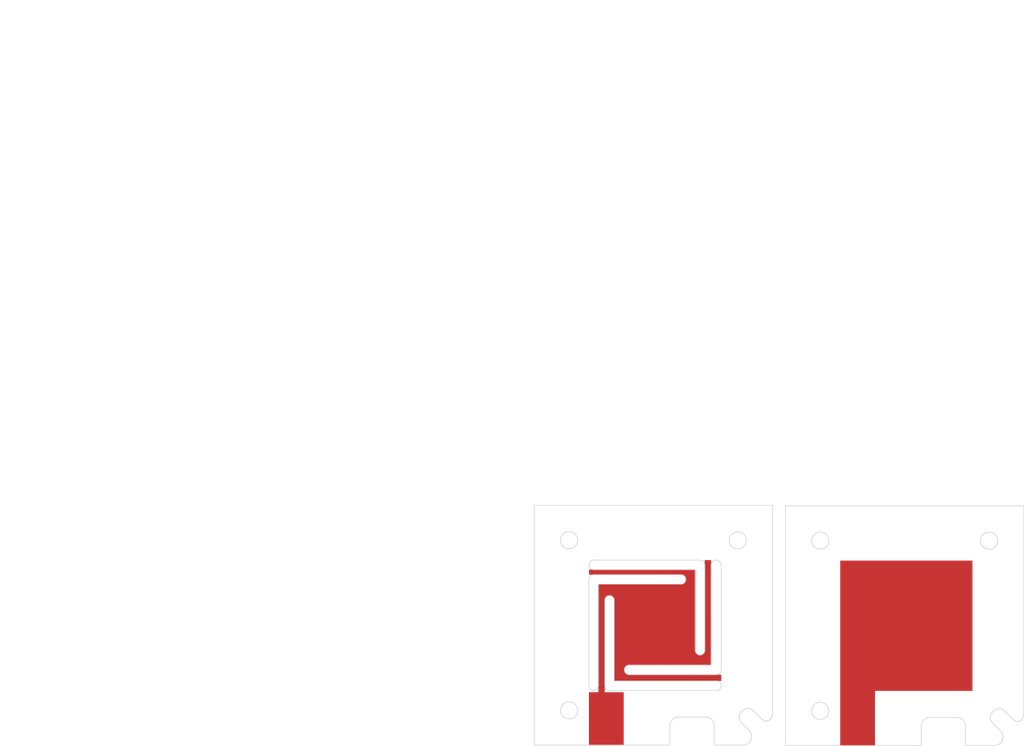
<source format=kicad_pcb>
(kicad_pcb (version 20171130) (host pcbnew "(5.1.0)-1")

  (general
    (thickness 1.6)
    (drawings 583)
    (tracks 0)
    (zones 0)
    (modules 3)
    (nets 1)
  )

  (page A4)
  (layers
    (0 F.Cu signal)
    (31 B.Cu signal)
    (32 B.Adhes user)
    (33 F.Adhes user)
    (34 B.Paste user)
    (35 F.Paste user)
    (36 B.SilkS user)
    (37 F.SilkS user)
    (38 B.Mask user)
    (39 F.Mask user)
    (40 Dwgs.User user)
    (41 Cmts.User user)
    (42 Eco1.User user)
    (43 Eco2.User user)
    (44 Edge.Cuts user)
    (45 Margin user)
    (46 B.CrtYd user)
    (47 F.CrtYd user)
    (48 B.Fab user)
    (49 F.Fab user)
  )

  (setup
    (last_trace_width 0.25)
    (trace_clearance 0.2)
    (zone_clearance 0.508)
    (zone_45_only no)
    (trace_min 0.2)
    (via_size 0.6)
    (via_drill 0.4)
    (via_min_size 0.4)
    (via_min_drill 0.3)
    (uvia_size 0.3)
    (uvia_drill 0.1)
    (uvias_allowed no)
    (uvia_min_size 0.2)
    (uvia_min_drill 0.1)
    (edge_width 0.15)
    (segment_width 0.2)
    (pcb_text_width 0.3)
    (pcb_text_size 1.5 1.5)
    (mod_edge_width 0.15)
    (mod_text_size 1 1)
    (mod_text_width 0.15)
    (pad_size 1.524 1.524)
    (pad_drill 0.762)
    (pad_to_mask_clearance 0.2)
    (aux_axis_origin 0 0)
    (visible_elements 7FFFFFFF)
    (pcbplotparams
      (layerselection 0x010f0_80000001)
      (usegerberextensions false)
      (usegerberattributes false)
      (usegerberadvancedattributes false)
      (creategerberjobfile false)
      (excludeedgelayer true)
      (linewidth 0.100000)
      (plotframeref false)
      (viasonmask false)
      (mode 1)
      (useauxorigin false)
      (hpglpennumber 1)
      (hpglpenspeed 20)
      (hpglpendiameter 15.000000)
      (psnegative false)
      (psa4output false)
      (plotreference true)
      (plotvalue true)
      (plotinvisibletext false)
      (padsonsilk false)
      (subtractmaskfromsilk false)
      (outputformat 1)
      (mirror false)
      (drillshape 1)
      (scaleselection 1)
      (outputdirectory "gerbers/"))
  )

  (net 0 "")

  (net_class Default "This is the default net class."
    (clearance 0.2)
    (trace_width 0.25)
    (via_dia 0.6)
    (via_drill 0.4)
    (uvia_dia 0.3)
    (uvia_drill 0.1)
  )

  (module LOGO (layer F.Cu) (tedit 0) (tstamp 0)
    (at 0 0)
    (fp_text reference G*** (at 0 0) (layer F.SilkS) hide
      (effects (font (size 1.524 1.524) (thickness 0.3)))
    )
    (fp_text value LOGO (at 0.75 0) (layer F.SilkS) hide
      (effects (font (size 1.524 1.524) (thickness 0.3)))
    )
  )

  (module LOGO (layer F.Cu) (tedit 0) (tstamp 0)
    (at 125.222 98.044)
    (fp_text reference G*** (at 0 0) (layer F.SilkS) hide
      (effects (font (size 1.524 1.524) (thickness 0.3)))
    )
    (fp_text value LOGO (at 0.75 0) (layer F.SilkS) hide
      (effects (font (size 1.524 1.524) (thickness 0.3)))
    )
    (fp_poly (pts (xy 25.654 9.7155) (xy 10.2489 9.7155) (xy 10.2489 18.3515) (xy 4.7625 18.3515)
      (xy 4.7625 -10.8712) (xy 25.654 -10.8712) (xy 25.654 9.7155)) (layer F.Cu) (width 0.01))
    (fp_poly (pts (xy -15.656718 -10.804525) (xy -15.656502 -10.783918) (xy -15.6563 -10.738598) (xy -15.656111 -10.66925)
      (xy -15.655936 -10.576563) (xy -15.655776 -10.461223) (xy -15.655629 -10.323916) (xy -15.655495 -10.165328)
      (xy -15.655376 -9.986148) (xy -15.655271 -9.787061) (xy -15.65518 -9.568755) (xy -15.655103 -9.331914)
      (xy -15.65504 -9.077228) (xy -15.654991 -8.805381) (xy -15.654956 -8.517062) (xy -15.654935 -8.212956)
      (xy -15.654929 -7.89375) (xy -15.654937 -7.560131) (xy -15.65496 -7.212785) (xy -15.654996 -6.852399)
      (xy -15.655047 -6.479661) (xy -15.655113 -6.095256) (xy -15.655193 -5.699871) (xy -15.655288 -5.294193)
      (xy -15.655397 -4.878909) (xy -15.655521 -4.454704) (xy -15.655659 -4.022267) (xy -15.655812 -3.582284)
      (xy -15.65598 -3.13544) (xy -15.656163 -2.682424) (xy -15.656238 -2.505075) (xy -15.659725 5.6515)
      (xy -22.190894 5.6515) (xy -22.682476 5.651506) (xy -23.149291 5.651526) (xy -23.59197 5.651561)
      (xy -24.011146 5.651614) (xy -24.407451 5.651685) (xy -24.781518 5.651778) (xy -25.133979 5.651893)
      (xy -25.465465 5.652033) (xy -25.776611 5.652199) (xy -26.068047 5.652393) (xy -26.340406 5.652617)
      (xy -26.59432 5.652873) (xy -26.830423 5.653162) (xy -27.049345 5.653487) (xy -27.251719 5.653849)
      (xy -27.438178 5.65425) (xy -27.609355 5.654691) (xy -27.76588 5.655175) (xy -27.908387 5.655703)
      (xy -28.037508 5.656278) (xy -28.153875 5.6569) (xy -28.25812 5.657573) (xy -28.350876 5.658296)
      (xy -28.432776 5.659074) (xy -28.50445 5.659906) (xy -28.566533 5.660795) (xy -28.619655 5.661743)
      (xy -28.66445 5.662752) (xy -28.70155 5.663823) (xy -28.731586 5.664959) (xy -28.755192 5.66616)
      (xy -28.772999 5.667429) (xy -28.78564 5.668768) (xy -28.793747 5.670178) (xy -28.794445 5.670352)
      (xy -28.919993 5.715664) (xy -29.03476 5.782043) (xy -29.136158 5.866793) (xy -29.221602 5.967221)
      (xy -29.288504 6.080633) (xy -29.334278 6.204334) (xy -29.343295 6.24205) (xy -29.36022 6.367844)
      (xy -29.355748 6.488196) (xy -29.337312 6.58373) (xy -29.293491 6.710889) (xy -29.229592 6.824607)
      (xy -29.150915 6.921295) (xy -29.066255 6.999813) (xy -28.974196 7.061719) (xy -28.866913 7.112069)
      (xy -28.839604 7.122421) (xy -28.74645 7.15645) (xy -14.0589 7.162972) (xy -14.0589 8.1407)
      (xy -30.9499 8.1407) (xy -30.950088 1.724025) (xy -30.950109 1.236453) (xy -30.950143 0.773644)
      (xy -30.950193 0.334961) (xy -30.95026 -0.080233) (xy -30.950347 -0.472576) (xy -30.950454 -0.842705)
      (xy -30.950584 -1.191256) (xy -30.950739 -1.518868) (xy -30.950921 -1.826176) (xy -30.951131 -2.113818)
      (xy -30.951371 -2.382432) (xy -30.951643 -2.632654) (xy -30.95195 -2.865122) (xy -30.952292 -3.080472)
      (xy -30.952672 -3.279343) (xy -30.953092 -3.46237) (xy -30.953552 -3.630191) (xy -30.954057 -3.783443)
      (xy -30.954606 -3.922764) (xy -30.955202 -4.04879) (xy -30.955848 -4.162159) (xy -30.956543 -4.263507)
      (xy -30.957292 -4.353473) (xy -30.958095 -4.432692) (xy -30.958954 -4.501802) (xy -30.959871 -4.561441)
      (xy -30.960848 -4.612245) (xy -30.961887 -4.654851) (xy -30.96299 -4.689897) (xy -30.964158 -4.71802)
      (xy -30.965394 -4.739856) (xy -30.966698 -4.756044) (xy -30.968074 -4.76722) (xy -30.969001 -4.772071)
      (xy -31.010235 -4.893785) (xy -31.073055 -5.007446) (xy -31.154348 -5.109939) (xy -31.250999 -5.198151)
      (xy -31.359894 -5.268967) (xy -31.477917 -5.319276) (xy -31.530939 -5.333883) (xy -31.576636 -5.341298)
      (xy -31.635949 -5.346747) (xy -31.697115 -5.349196) (xy -31.705551 -5.34924) (xy -31.841328 -5.339366)
      (xy -31.963777 -5.308872) (xy -32.076069 -5.256447) (xy -32.181373 -5.180785) (xy -32.235968 -5.130283)
      (xy -32.288816 -5.074817) (xy -32.327834 -5.026049) (xy -32.35936 -4.975234) (xy -32.384125 -4.925772)
      (xy -32.408819 -4.867549) (xy -32.430415 -4.807147) (xy -32.445119 -4.755442) (xy -32.447432 -4.744293)
      (xy -32.448501 -4.729627) (xy -32.449522 -4.697387) (xy -32.450496 -4.647272) (xy -32.451423 -4.578978)
      (xy -32.452304 -4.492204) (xy -32.45314 -4.386646) (xy -32.453931 -4.262002) (xy -32.454678 -4.11797)
      (xy -32.455381 -3.954247) (xy -32.45604 -3.770531) (xy -32.456658 -3.566519) (xy -32.457233 -3.341909)
      (xy -32.457767 -3.096398) (xy -32.458259 -2.829683) (xy -32.458712 -2.541463) (xy -32.459124 -2.231434)
      (xy -32.459498 -1.899295) (xy -32.459833 -1.544742) (xy -32.460129 -1.167474) (xy -32.460389 -0.767187)
      (xy -32.460611 -0.34358) (xy -32.460797 0.103651) (xy -32.460947 0.574807) (xy -32.461062 1.070192)
      (xy -32.461142 1.590108) (xy -32.461188 2.134857) (xy -32.4612 2.631232) (xy -32.4612 9.9314)
      (xy -29.464 9.9314) (xy -29.464 18.288) (xy -34.9504 18.288) (xy -34.9504 9.9314)
      (xy -33.4518 9.9314) (xy -33.4518 -7.137208) (xy -26.857325 -7.140479) (xy -26.368337 -7.140724)
      (xy -25.904098 -7.140961) (xy -25.46396 -7.141194) (xy -25.047273 -7.141425) (xy -24.653387 -7.141657)
      (xy -24.281653 -7.141893) (xy -23.93142 -7.142135) (xy -23.602039 -7.142385) (xy -23.292861 -7.142647)
      (xy -23.003236 -7.142922) (xy -22.732513 -7.143214) (xy -22.480044 -7.143526) (xy -22.245178 -7.143859)
      (xy -22.027266 -7.144217) (xy -21.825658 -7.144602) (xy -21.639705 -7.145017) (xy -21.468756 -7.145463)
      (xy -21.312163 -7.145945) (xy -21.169275 -7.146465) (xy -21.039442 -7.147025) (xy -20.922016 -7.147627)
      (xy -20.816345 -7.148275) (xy -20.721781 -7.148971) (xy -20.637674 -7.149718) (xy -20.563374 -7.150518)
      (xy -20.498232 -7.151374) (xy -20.441597 -7.152289) (xy -20.39282 -7.153265) (xy -20.351252 -7.154305)
      (xy -20.316242 -7.155411) (xy -20.287141 -7.156587) (xy -20.263299 -7.157834) (xy -20.244067 -7.159155)
      (xy -20.228795 -7.160553) (xy -20.216832 -7.162031) (xy -20.20753 -7.163592) (xy -20.200239 -7.165237)
      (xy -20.194309 -7.166969) (xy -20.193 -7.167403) (xy -20.057041 -7.224661) (xy -19.940377 -7.298035)
      (xy -19.842201 -7.388116) (xy -19.776523 -7.472467) (xy -19.722666 -7.562256) (xy -19.685762 -7.648277)
      (xy -19.662937 -7.739394) (xy -19.651319 -7.844473) (xy -19.650378 -7.861747) (xy -19.648149 -7.931231)
      (xy -19.649886 -7.985345) (xy -19.656471 -8.033932) (xy -19.668786 -8.086836) (xy -19.67144 -8.096697)
      (xy -19.71824 -8.22157) (xy -19.786282 -8.335703) (xy -19.872807 -8.436375) (xy -19.975056 -8.520866)
      (xy -20.090271 -8.586455) (xy -20.211544 -8.629376) (xy -20.218825 -8.630749) (xy -20.230051 -8.632056)
      (xy -20.245825 -8.6333) (xy -20.266748 -8.63448) (xy -20.293422 -8.6356) (xy -20.326447 -8.636661)
      (xy -20.366425 -8.637664) (xy -20.413958 -8.638611) (xy -20.469647 -8.639503) (xy -20.534094 -8.640342)
      (xy -20.6079 -8.64113) (xy -20.691666 -8.641868) (xy -20.785994 -8.642557) (xy -20.891486 -8.6432)
      (xy -21.008742 -8.643797) (xy -21.138365 -8.644351) (xy -21.280955 -8.644863) (xy -21.437115 -8.645335)
      (xy -21.607445 -8.645768) (xy -21.792548 -8.646163) (xy -21.993023 -8.646523) (xy -22.209474 -8.646848)
      (xy -22.442501 -8.647141) (xy -22.692707 -8.647403) (xy -22.960691 -8.647635) (xy -23.247056 -8.64784)
      (xy -23.552404 -8.648018) (xy -23.877335 -8.648172) (xy -24.222452 -8.648302) (xy -24.588355 -8.648411)
      (xy -24.975646 -8.6485) (xy -25.384926 -8.64857) (xy -25.816798 -8.648623) (xy -26.271861 -8.648662)
      (xy -26.750719 -8.648686) (xy -27.253972 -8.648698) (xy -27.605341 -8.6487) (xy -34.923444 -8.6487)
      (xy -34.929981 -8.702675) (xy -34.93199 -8.729792) (xy -34.934273 -8.778284) (xy -34.936694 -8.844134)
      (xy -34.939118 -8.92332) (xy -34.941409 -9.011822) (xy -34.943251 -9.096375) (xy -34.949984 -9.4361)
      (xy -18.161197 -9.4361) (xy -18.157924 -3.000375) (xy -18.15465 3.43535) (xy -18.115789 3.54386)
      (xy -18.056565 3.675218) (xy -17.979565 3.788444) (xy -17.884995 3.883343) (xy -17.773063 3.959721)
      (xy -17.643976 4.017383) (xy -17.595457 4.03291) (xy -17.521773 4.047341) (xy -17.433809 4.053841)
      (xy -17.341422 4.052388) (xy -17.254467 4.04296) (xy -17.21008 4.033746) (xy -17.085648 3.989093)
      (xy -16.971296 3.923169) (xy -16.869862 3.838792) (xy -16.784183 3.738782) (xy -16.717098 3.625958)
      (xy -16.671442 3.503139) (xy -16.669832 3.497016) (xy -16.668393 3.489883) (xy -16.667023 3.479509)
      (xy -16.665721 3.46528) (xy -16.664485 3.446583) (xy -16.663314 3.422806) (xy -16.662205 3.393335)
      (xy -16.661157 3.357557) (xy -16.660169 3.314859) (xy -16.659239 3.264628) (xy -16.658364 3.206251)
      (xy -16.657544 3.139115) (xy -16.656776 3.062607) (xy -16.65606 2.976113) (xy -16.655392 2.879021)
      (xy -16.654772 2.770717) (xy -16.654197 2.650588) (xy -16.653667 2.518022) (xy -16.653179 2.372405)
      (xy -16.652732 2.213125) (xy -16.652324 2.039567) (xy -16.651953 1.851119) (xy -16.651617 1.647168)
      (xy -16.651316 1.427101) (xy -16.651047 1.190304) (xy -16.650808 0.936165) (xy -16.650598 0.664071)
      (xy -16.650415 0.373408) (xy -16.650257 0.063563) (xy -16.650123 -0.266076) (xy -16.650011 -0.616123)
      (xy -16.64992 -0.987191) (xy -16.649847 -1.379893) (xy -16.64979 -1.794842) (xy -16.649749 -2.232652)
      (xy -16.649722 -2.693934) (xy -16.649706 -3.179303) (xy -16.649701 -3.689372) (xy -16.6497 -3.764209)
      (xy -16.6497 -10.9474) (xy -15.660685 -10.9474) (xy -15.656718 -10.804525)) (layer F.Cu) (width 0.01))
  )

  (module LOGO (layer F.Cu) (tedit 0) (tstamp 0)
    (at 125.222 98.044)
    (fp_text reference G*** (at 0 0) (layer F.SilkS) hide
      (effects (font (size 1.524 1.524) (thickness 0.3)))
    )
    (fp_text value LOGO (at 0.75 0) (layer F.SilkS) hide
      (effects (font (size 1.524 1.524) (thickness 0.3)))
    )
    (fp_poly (pts (xy 26.6573 10.7061) (xy 11.2522 10.7061) (xy 11.2522 18.3515) (xy 3.7592 18.3515)
      (xy 3.7592 -11.8745) (xy 26.6573 -11.8745) (xy 26.6573 10.7061)) (layer F.Mask) (width 0.01))
    (fp_poly (pts (xy -15.656718 -10.804525) (xy -15.656502 -10.783918) (xy -15.6563 -10.738598) (xy -15.656111 -10.66925)
      (xy -15.655936 -10.576563) (xy -15.655776 -10.461223) (xy -15.655629 -10.323916) (xy -15.655495 -10.165328)
      (xy -15.655376 -9.986148) (xy -15.655271 -9.787061) (xy -15.65518 -9.568755) (xy -15.655103 -9.331914)
      (xy -15.65504 -9.077228) (xy -15.654991 -8.805381) (xy -15.654956 -8.517062) (xy -15.654935 -8.212956)
      (xy -15.654929 -7.89375) (xy -15.654937 -7.560131) (xy -15.65496 -7.212785) (xy -15.654996 -6.852399)
      (xy -15.655047 -6.479661) (xy -15.655113 -6.095256) (xy -15.655193 -5.699871) (xy -15.655288 -5.294193)
      (xy -15.655397 -4.878909) (xy -15.655521 -4.454704) (xy -15.655659 -4.022267) (xy -15.655812 -3.582284)
      (xy -15.65598 -3.13544) (xy -15.656163 -2.682424) (xy -15.656238 -2.505075) (xy -15.659725 5.6515)
      (xy -22.190894 5.6515) (xy -22.682476 5.651506) (xy -23.149291 5.651526) (xy -23.59197 5.651561)
      (xy -24.011146 5.651614) (xy -24.407451 5.651685) (xy -24.781518 5.651778) (xy -25.133979 5.651893)
      (xy -25.465465 5.652033) (xy -25.776611 5.652199) (xy -26.068047 5.652393) (xy -26.340406 5.652617)
      (xy -26.59432 5.652873) (xy -26.830423 5.653162) (xy -27.049345 5.653487) (xy -27.251719 5.653849)
      (xy -27.438178 5.65425) (xy -27.609355 5.654691) (xy -27.76588 5.655175) (xy -27.908387 5.655703)
      (xy -28.037508 5.656278) (xy -28.153875 5.6569) (xy -28.25812 5.657573) (xy -28.350876 5.658296)
      (xy -28.432776 5.659074) (xy -28.50445 5.659906) (xy -28.566533 5.660795) (xy -28.619655 5.661743)
      (xy -28.66445 5.662752) (xy -28.70155 5.663823) (xy -28.731586 5.664959) (xy -28.755192 5.66616)
      (xy -28.772999 5.667429) (xy -28.78564 5.668768) (xy -28.793747 5.670178) (xy -28.794445 5.670352)
      (xy -28.919993 5.715664) (xy -29.03476 5.782043) (xy -29.136158 5.866793) (xy -29.221602 5.967221)
      (xy -29.288504 6.080633) (xy -29.334278 6.204334) (xy -29.343295 6.24205) (xy -29.36022 6.367844)
      (xy -29.355748 6.488196) (xy -29.337312 6.58373) (xy -29.293491 6.710889) (xy -29.229592 6.824607)
      (xy -29.150915 6.921295) (xy -29.066255 6.999813) (xy -28.974196 7.061719) (xy -28.866913 7.112069)
      (xy -28.839604 7.122421) (xy -28.74645 7.15645) (xy -14.0589 7.162972) (xy -14.0589 8.1407)
      (xy -30.9499 8.1407) (xy -30.950088 1.724025) (xy -30.950109 1.236453) (xy -30.950143 0.773644)
      (xy -30.950193 0.334961) (xy -30.95026 -0.080233) (xy -30.950347 -0.472576) (xy -30.950454 -0.842705)
      (xy -30.950584 -1.191256) (xy -30.950739 -1.518868) (xy -30.950921 -1.826176) (xy -30.951131 -2.113818)
      (xy -30.951371 -2.382432) (xy -30.951643 -2.632654) (xy -30.95195 -2.865122) (xy -30.952292 -3.080472)
      (xy -30.952672 -3.279343) (xy -30.953092 -3.46237) (xy -30.953552 -3.630191) (xy -30.954057 -3.783443)
      (xy -30.954606 -3.922764) (xy -30.955202 -4.04879) (xy -30.955848 -4.162159) (xy -30.956543 -4.263507)
      (xy -30.957292 -4.353473) (xy -30.958095 -4.432692) (xy -30.958954 -4.501802) (xy -30.959871 -4.561441)
      (xy -30.960848 -4.612245) (xy -30.961887 -4.654851) (xy -30.96299 -4.689897) (xy -30.964158 -4.71802)
      (xy -30.965394 -4.739856) (xy -30.966698 -4.756044) (xy -30.968074 -4.76722) (xy -30.969001 -4.772071)
      (xy -31.010235 -4.893785) (xy -31.073055 -5.007446) (xy -31.154348 -5.109939) (xy -31.250999 -5.198151)
      (xy -31.359894 -5.268967) (xy -31.477917 -5.319276) (xy -31.530939 -5.333883) (xy -31.576636 -5.341298)
      (xy -31.635949 -5.346747) (xy -31.697115 -5.349196) (xy -31.705551 -5.34924) (xy -31.841328 -5.339366)
      (xy -31.963777 -5.308872) (xy -32.076069 -5.256447) (xy -32.181373 -5.180785) (xy -32.235968 -5.130283)
      (xy -32.288816 -5.074817) (xy -32.327834 -5.026049) (xy -32.35936 -4.975234) (xy -32.384125 -4.925772)
      (xy -32.408819 -4.867549) (xy -32.430415 -4.807147) (xy -32.445119 -4.755442) (xy -32.447432 -4.744293)
      (xy -32.448501 -4.729627) (xy -32.449522 -4.697387) (xy -32.450496 -4.647272) (xy -32.451423 -4.578978)
      (xy -32.452304 -4.492204) (xy -32.45314 -4.386646) (xy -32.453931 -4.262002) (xy -32.454678 -4.11797)
      (xy -32.455381 -3.954247) (xy -32.45604 -3.770531) (xy -32.456658 -3.566519) (xy -32.457233 -3.341909)
      (xy -32.457767 -3.096398) (xy -32.458259 -2.829683) (xy -32.458712 -2.541463) (xy -32.459124 -2.231434)
      (xy -32.459498 -1.899295) (xy -32.459833 -1.544742) (xy -32.460129 -1.167474) (xy -32.460389 -0.767187)
      (xy -32.460611 -0.34358) (xy -32.460797 0.103651) (xy -32.460947 0.574807) (xy -32.461062 1.070192)
      (xy -32.461142 1.590108) (xy -32.461188 2.134857) (xy -32.4612 2.631232) (xy -32.4612 9.9314)
      (xy -29.464 9.9314) (xy -29.464 18.288) (xy -34.9504 18.288) (xy -34.9504 9.9314)
      (xy -33.4518 9.9314) (xy -33.4518 -7.137208) (xy -26.857325 -7.140479) (xy -26.368337 -7.140724)
      (xy -25.904098 -7.140961) (xy -25.46396 -7.141194) (xy -25.047273 -7.141425) (xy -24.653387 -7.141657)
      (xy -24.281653 -7.141893) (xy -23.93142 -7.142135) (xy -23.602039 -7.142385) (xy -23.292861 -7.142647)
      (xy -23.003236 -7.142922) (xy -22.732513 -7.143214) (xy -22.480044 -7.143526) (xy -22.245178 -7.143859)
      (xy -22.027266 -7.144217) (xy -21.825658 -7.144602) (xy -21.639705 -7.145017) (xy -21.468756 -7.145463)
      (xy -21.312163 -7.145945) (xy -21.169275 -7.146465) (xy -21.039442 -7.147025) (xy -20.922016 -7.147627)
      (xy -20.816345 -7.148275) (xy -20.721781 -7.148971) (xy -20.637674 -7.149718) (xy -20.563374 -7.150518)
      (xy -20.498232 -7.151374) (xy -20.441597 -7.152289) (xy -20.39282 -7.153265) (xy -20.351252 -7.154305)
      (xy -20.316242 -7.155411) (xy -20.287141 -7.156587) (xy -20.263299 -7.157834) (xy -20.244067 -7.159155)
      (xy -20.228795 -7.160553) (xy -20.216832 -7.162031) (xy -20.20753 -7.163592) (xy -20.200239 -7.165237)
      (xy -20.194309 -7.166969) (xy -20.193 -7.167403) (xy -20.057041 -7.224661) (xy -19.940377 -7.298035)
      (xy -19.842201 -7.388116) (xy -19.776523 -7.472467) (xy -19.722666 -7.562256) (xy -19.685762 -7.648277)
      (xy -19.662937 -7.739394) (xy -19.651319 -7.844473) (xy -19.650378 -7.861747) (xy -19.648149 -7.931231)
      (xy -19.649886 -7.985345) (xy -19.656471 -8.033932) (xy -19.668786 -8.086836) (xy -19.67144 -8.096697)
      (xy -19.71824 -8.22157) (xy -19.786282 -8.335703) (xy -19.872807 -8.436375) (xy -19.975056 -8.520866)
      (xy -20.090271 -8.586455) (xy -20.211544 -8.629376) (xy -20.218825 -8.630749) (xy -20.230051 -8.632056)
      (xy -20.245825 -8.6333) (xy -20.266748 -8.63448) (xy -20.293422 -8.6356) (xy -20.326447 -8.636661)
      (xy -20.366425 -8.637664) (xy -20.413958 -8.638611) (xy -20.469647 -8.639503) (xy -20.534094 -8.640342)
      (xy -20.6079 -8.64113) (xy -20.691666 -8.641868) (xy -20.785994 -8.642557) (xy -20.891486 -8.6432)
      (xy -21.008742 -8.643797) (xy -21.138365 -8.644351) (xy -21.280955 -8.644863) (xy -21.437115 -8.645335)
      (xy -21.607445 -8.645768) (xy -21.792548 -8.646163) (xy -21.993023 -8.646523) (xy -22.209474 -8.646848)
      (xy -22.442501 -8.647141) (xy -22.692707 -8.647403) (xy -22.960691 -8.647635) (xy -23.247056 -8.64784)
      (xy -23.552404 -8.648018) (xy -23.877335 -8.648172) (xy -24.222452 -8.648302) (xy -24.588355 -8.648411)
      (xy -24.975646 -8.6485) (xy -25.384926 -8.64857) (xy -25.816798 -8.648623) (xy -26.271861 -8.648662)
      (xy -26.750719 -8.648686) (xy -27.253972 -8.648698) (xy -27.605341 -8.6487) (xy -34.923444 -8.6487)
      (xy -34.929981 -8.702675) (xy -34.93199 -8.729792) (xy -34.934273 -8.778284) (xy -34.936694 -8.844134)
      (xy -34.939118 -8.92332) (xy -34.941409 -9.011822) (xy -34.943251 -9.096375) (xy -34.949984 -9.4361)
      (xy -18.161197 -9.4361) (xy -18.157924 -3.000375) (xy -18.15465 3.43535) (xy -18.115789 3.54386)
      (xy -18.056565 3.675218) (xy -17.979565 3.788444) (xy -17.884995 3.883343) (xy -17.773063 3.959721)
      (xy -17.643976 4.017383) (xy -17.595457 4.03291) (xy -17.521773 4.047341) (xy -17.433809 4.053841)
      (xy -17.341422 4.052388) (xy -17.254467 4.04296) (xy -17.21008 4.033746) (xy -17.085648 3.989093)
      (xy -16.971296 3.923169) (xy -16.869862 3.838792) (xy -16.784183 3.738782) (xy -16.717098 3.625958)
      (xy -16.671442 3.503139) (xy -16.669832 3.497016) (xy -16.668393 3.489883) (xy -16.667023 3.479509)
      (xy -16.665721 3.46528) (xy -16.664485 3.446583) (xy -16.663314 3.422806) (xy -16.662205 3.393335)
      (xy -16.661157 3.357557) (xy -16.660169 3.314859) (xy -16.659239 3.264628) (xy -16.658364 3.206251)
      (xy -16.657544 3.139115) (xy -16.656776 3.062607) (xy -16.65606 2.976113) (xy -16.655392 2.879021)
      (xy -16.654772 2.770717) (xy -16.654197 2.650588) (xy -16.653667 2.518022) (xy -16.653179 2.372405)
      (xy -16.652732 2.213125) (xy -16.652324 2.039567) (xy -16.651953 1.851119) (xy -16.651617 1.647168)
      (xy -16.651316 1.427101) (xy -16.651047 1.190304) (xy -16.650808 0.936165) (xy -16.650598 0.664071)
      (xy -16.650415 0.373408) (xy -16.650257 0.063563) (xy -16.650123 -0.266076) (xy -16.650011 -0.616123)
      (xy -16.64992 -0.987191) (xy -16.649847 -1.379893) (xy -16.64979 -1.794842) (xy -16.649749 -2.232652)
      (xy -16.649722 -2.693934) (xy -16.649706 -3.179303) (xy -16.649701 -3.689372) (xy -16.6497 -3.764209)
      (xy -16.6497 -10.9474) (xy -15.660685 -10.9474) (xy -15.656718 -10.804525)) (layer F.Mask) (width 0.01))
  )

  (gr_line (start 81.624525 78.454904) (end 81.624525 116.337864) (layer Edge.Cuts) (width 0.1))
  (gr_line (start 81.624525 116.337864) (end 103.071795 116.337864) (layer Edge.Cuts) (width 0.1))
  (gr_line (start 103.071795 116.337864) (end 103.071795 113.246055) (layer Edge.Cuts) (width 0.1))
  (gr_line (start 103.071795 113.246055) (end 103.099216 112.973997) (layer Edge.Cuts) (width 0.1))
  (gr_line (start 103.099216 112.973997) (end 103.177857 112.720616) (layer Edge.Cuts) (width 0.1))
  (gr_line (start 103.177857 112.720616) (end 103.302293 112.491336) (layer Edge.Cuts) (width 0.1))
  (gr_line (start 103.302293 112.491336) (end 103.467101 112.291581) (layer Edge.Cuts) (width 0.1))
  (gr_line (start 103.467101 112.291581) (end 103.666858 112.126775) (layer Edge.Cuts) (width 0.1))
  (gr_line (start 103.666858 112.126775) (end 103.89614 112.002341) (layer Edge.Cuts) (width 0.1))
  (gr_line (start 103.89614 112.002341) (end 104.149524 111.923703) (layer Edge.Cuts) (width 0.1))
  (gr_line (start 104.149524 111.923703) (end 104.421585 111.896285) (layer Edge.Cuts) (width 0.1))
  (gr_line (start 104.421585 111.896285) (end 108.721584 111.896285) (layer Edge.Cuts) (width 0.1))
  (gr_line (start 108.721584 111.896285) (end 108.993665 111.923703) (layer Edge.Cuts) (width 0.1))
  (gr_line (start 108.993665 111.923703) (end 109.247105 112.002341) (layer Edge.Cuts) (width 0.1))
  (gr_line (start 109.247105 112.002341) (end 109.476469 112.126775) (layer Edge.Cuts) (width 0.1))
  (gr_line (start 109.476469 112.126775) (end 109.67632 112.291581) (layer Edge.Cuts) (width 0.1))
  (gr_line (start 109.67632 112.291581) (end 109.841223 112.491336) (layer Edge.Cuts) (width 0.1))
  (gr_line (start 109.841223 112.491336) (end 109.965742 112.720616) (layer Edge.Cuts) (width 0.1))
  (gr_line (start 109.965742 112.720616) (end 110.044441 112.973997) (layer Edge.Cuts) (width 0.1))
  (gr_line (start 110.044441 112.973997) (end 110.071885 113.246055) (layer Edge.Cuts) (width 0.1))
  (gr_line (start 110.071885 113.246055) (end 110.071885 116.337864) (layer Edge.Cuts) (width 0.1))
  (gr_line (start 110.071885 116.337864) (end 114.645256 116.337864) (layer Edge.Cuts) (width 0.1))
  (gr_line (start 114.645256 116.337864) (end 114.863531 116.321324) (layer Edge.Cuts) (width 0.1))
  (gr_line (start 114.863531 116.321324) (end 115.066482 116.273712) (layer Edge.Cuts) (width 0.1))
  (gr_line (start 115.066482 116.273712) (end 115.252861 116.198045) (layer Edge.Cuts) (width 0.1))
  (gr_line (start 115.252861 116.198045) (end 115.421419 116.097337) (layer Edge.Cuts) (width 0.1))
  (gr_line (start 115.421419 116.097337) (end 115.570908 115.974602) (layer Edge.Cuts) (width 0.1))
  (gr_line (start 115.570908 115.974602) (end 115.700079 115.832857) (layer Edge.Cuts) (width 0.1))
  (gr_line (start 115.700079 115.832857) (end 115.807685 115.675115) (layer Edge.Cuts) (width 0.1))
  (gr_line (start 115.807685 115.675115) (end 115.892477 115.504393) (layer Edge.Cuts) (width 0.1))
  (gr_line (start 115.892477 115.504393) (end 115.953207 115.323704) (layer Edge.Cuts) (width 0.1))
  (gr_line (start 115.953207 115.323704) (end 115.988626 115.136064) (layer Edge.Cuts) (width 0.1))
  (gr_line (start 115.988626 115.136064) (end 115.997487 114.944487) (layer Edge.Cuts) (width 0.1))
  (gr_line (start 115.997487 114.944487) (end 115.97854 114.751989) (layer Edge.Cuts) (width 0.1))
  (gr_line (start 115.97854 114.751989) (end 115.930538 114.561585) (layer Edge.Cuts) (width 0.1))
  (gr_line (start 115.930538 114.561585) (end 115.852232 114.37629) (layer Edge.Cuts) (width 0.1))
  (gr_line (start 115.852232 114.37629) (end 115.742374 114.199118) (layer Edge.Cuts) (width 0.1))
  (gr_line (start 115.742374 114.199118) (end 115.599716 114.033084) (layer Edge.Cuts) (width 0.1))
  (gr_line (start 115.599716 114.033084) (end 114.417354 112.850735) (layer Edge.Cuts) (width 0.1))
  (gr_line (start 114.417354 112.850735) (end 114.306087 112.728414) (layer Edge.Cuts) (width 0.1))
  (gr_line (start 114.306087 112.728414) (end 114.213106 112.60311) (layer Edge.Cuts) (width 0.1))
  (gr_line (start 114.213106 112.60311) (end 114.13769 112.475527) (layer Edge.Cuts) (width 0.1))
  (gr_line (start 114.13769 112.475527) (end 114.079117 112.346373) (layer Edge.Cuts) (width 0.1))
  (gr_line (start 114.079117 112.346373) (end 114.036666 112.216356) (layer Edge.Cuts) (width 0.1))
  (gr_line (start 114.036666 112.216356) (end 114.009613 112.086181) (layer Edge.Cuts) (width 0.1))
  (gr_line (start 114.009613 112.086181) (end 113.998818 111.828187) (layer Edge.Cuts) (width 0.1))
  (gr_line (start 113.998818 111.828187) (end 114.040957 111.578046) (layer Edge.Cuts) (width 0.1))
  (gr_line (start 114.040957 111.578046) (end 114.130255 111.341412) (layer Edge.Cuts) (width 0.1))
  (gr_line (start 114.130255 111.341412) (end 114.260937 111.12394) (layer Edge.Cuts) (width 0.1))
  (gr_line (start 114.260937 111.12394) (end 114.427227 110.931284) (layer Edge.Cuts) (width 0.1))
  (gr_line (start 114.427227 110.931284) (end 114.623351 110.769099) (layer Edge.Cuts) (width 0.1))
  (gr_line (start 114.623351 110.769099) (end 114.843532 110.643039) (layer Edge.Cuts) (width 0.1))
  (gr_line (start 114.843532 110.643039) (end 115.081997 110.558758) (layer Edge.Cuts) (width 0.1))
  (gr_line (start 115.081997 110.558758) (end 115.33297 110.521911) (layer Edge.Cuts) (width 0.1))
  (gr_line (start 115.33297 110.521911) (end 115.590675 110.538153) (layer Edge.Cuts) (width 0.1))
  (gr_line (start 115.590675 110.538153) (end 115.720247 110.567949) (layer Edge.Cuts) (width 0.1))
  (gr_line (start 115.720247 110.567949) (end 115.849337 110.613138) (layer Edge.Cuts) (width 0.1))
  (gr_line (start 115.849337 110.613138) (end 115.977223 110.674426) (layer Edge.Cuts) (width 0.1))
  (gr_line (start 115.977223 110.674426) (end 116.103182 110.75252) (layer Edge.Cuts) (width 0.1))
  (gr_line (start 116.103182 110.75252) (end 116.226493 110.848127) (layer Edge.Cuts) (width 0.1))
  (gr_line (start 116.226493 110.848127) (end 116.346434 110.961954) (layer Edge.Cuts) (width 0.1))
  (gr_line (start 116.346434 110.961954) (end 117.508645 112.124663) (layer Edge.Cuts) (width 0.1))
  (gr_line (start 117.508645 112.124663) (end 117.668736 112.267307) (layer Edge.Cuts) (width 0.1))
  (gr_line (start 117.668736 112.267307) (end 117.829112 112.377154) (layer Edge.Cuts) (width 0.1))
  (gr_line (start 117.829112 112.377154) (end 117.988309 112.45545) (layer Edge.Cuts) (width 0.1))
  (gr_line (start 117.988309 112.45545) (end 118.144864 112.503445) (layer Edge.Cuts) (width 0.1))
  (gr_line (start 118.144864 112.503445) (end 118.29731 112.522387) (layer Edge.Cuts) (width 0.1))
  (gr_line (start 118.29731 112.522387) (end 118.444184 112.513523) (layer Edge.Cuts) (width 0.1))
  (gr_line (start 118.444184 112.513523) (end 118.584021 112.478103) (layer Edge.Cuts) (width 0.1))
  (gr_line (start 118.584021 112.478103) (end 118.715357 112.417373) (layer Edge.Cuts) (width 0.1))
  (gr_line (start 118.715357 112.417373) (end 118.836726 112.332584) (layer Edge.Cuts) (width 0.1))
  (gr_line (start 118.836726 112.332584) (end 118.946666 112.224982) (layer Edge.Cuts) (width 0.1))
  (gr_line (start 118.946666 112.224982) (end 119.04371 112.095816) (layer Edge.Cuts) (width 0.1))
  (gr_line (start 119.04371 112.095816) (end 119.126394 111.946334) (layer Edge.Cuts) (width 0.1))
  (gr_line (start 119.126394 111.946334) (end 119.193255 111.777785) (layer Edge.Cuts) (width 0.1))
  (gr_line (start 119.193255 111.777785) (end 119.242826 111.591416) (layer Edge.Cuts) (width 0.1))
  (gr_line (start 119.242826 111.591416) (end 119.273645 111.388476) (layer Edge.Cuts) (width 0.1))
  (gr_line (start 119.273645 111.388476) (end 119.284246 111.170213) (layer Edge.Cuts) (width 0.1))
  (gr_line (start 119.284246 111.170213) (end 119.284246 78.454904) (layer Edge.Cuts) (width 0.1))
  (gr_line (start 119.284246 78.454904) (end 81.624525 78.454904) (layer Edge.Cuts) (width 0.1))
  (gr_line (start 81.624525 78.454904) (end 81.624525 78.454904) (layer Edge.Cuts) (width 0.1))
  (gr_line (start 113.746071 82.603793) (end 114.024151 82.624479) (layer Edge.Cuts) (width 0.1))
  (gr_line (start 114.024151 82.624479) (end 114.283982 82.698815) (layer Edge.Cuts) (width 0.1))
  (gr_line (start 114.283982 82.698815) (end 114.519748 82.821143) (layer Edge.Cuts) (width 0.1))
  (gr_line (start 114.519748 82.821143) (end 114.725636 82.985804) (layer Edge.Cuts) (width 0.1))
  (gr_line (start 114.725636 82.985804) (end 114.895829 83.187141) (layer Edge.Cuts) (width 0.1))
  (gr_line (start 114.895829 83.187141) (end 115.024512 83.419495) (layer Edge.Cuts) (width 0.1))
  (gr_line (start 115.024512 83.419495) (end 115.105872 83.677209) (layer Edge.Cuts) (width 0.1))
  (gr_line (start 115.105872 83.677209) (end 115.134091 83.954623) (layer Edge.Cuts) (width 0.1))
  (gr_line (start 115.134091 83.954623) (end 115.126601 84.118387) (layer Edge.Cuts) (width 0.1))
  (gr_line (start 115.126601 84.118387) (end 115.104228 84.271586) (layer Edge.Cuts) (width 0.1))
  (gr_line (start 115.104228 84.271586) (end 115.067966 84.41422) (layer Edge.Cuts) (width 0.1))
  (gr_line (start 115.067966 84.41422) (end 115.018806 84.546288) (layer Edge.Cuts) (width 0.1))
  (gr_line (start 115.018806 84.546288) (end 114.95774 84.667791) (layer Edge.Cuts) (width 0.1))
  (gr_line (start 114.95774 84.667791) (end 114.885761 84.778728) (layer Edge.Cuts) (width 0.1))
  (gr_line (start 114.885761 84.778728) (end 114.713032 84.968906) (layer Edge.Cuts) (width 0.1))
  (gr_line (start 114.713032 84.968906) (end 114.508555 85.116822) (layer Edge.Cuts) (width 0.1))
  (gr_line (start 114.508555 85.116822) (end 114.280267 85.222477) (layer Edge.Cuts) (width 0.1))
  (gr_line (start 114.280267 85.222477) (end 114.036106 85.28587) (layer Edge.Cuts) (width 0.1))
  (gr_line (start 114.036106 85.28587) (end 113.784009 85.307) (layer Edge.Cuts) (width 0.1))
  (gr_line (start 113.784009 85.307) (end 113.531913 85.28587) (layer Edge.Cuts) (width 0.1))
  (gr_line (start 113.531913 85.28587) (end 113.287756 85.222477) (layer Edge.Cuts) (width 0.1))
  (gr_line (start 113.287756 85.222477) (end 113.059474 85.116822) (layer Edge.Cuts) (width 0.1))
  (gr_line (start 113.059474 85.116822) (end 112.855005 84.968906) (layer Edge.Cuts) (width 0.1))
  (gr_line (start 112.855005 84.968906) (end 112.682287 84.778728) (layer Edge.Cuts) (width 0.1))
  (gr_line (start 112.682287 84.778728) (end 112.610314 84.667791) (layer Edge.Cuts) (width 0.1))
  (gr_line (start 112.610314 84.667791) (end 112.549255 84.546288) (layer Edge.Cuts) (width 0.1))
  (gr_line (start 112.549255 84.546288) (end 112.500103 84.41422) (layer Edge.Cuts) (width 0.1))
  (gr_line (start 112.500103 84.41422) (end 112.463848 84.271586) (layer Edge.Cuts) (width 0.1))
  (gr_line (start 112.463848 84.271586) (end 112.441484 84.118387) (layer Edge.Cuts) (width 0.1))
  (gr_line (start 112.441484 84.118387) (end 112.434003 83.954623) (layer Edge.Cuts) (width 0.1))
  (gr_line (start 112.434003 83.954623) (end 112.460169 83.687451) (layer Edge.Cuts) (width 0.1))
  (gr_line (start 112.460169 83.687451) (end 112.535875 83.437917) (layer Edge.Cuts) (width 0.1))
  (gr_line (start 112.535875 83.437917) (end 112.656044 83.211248) (layer Edge.Cuts) (width 0.1))
  (gr_line (start 112.656044 83.211248) (end 112.815596 83.012669) (layer Edge.Cuts) (width 0.1))
  (gr_line (start 112.815596 83.012669) (end 113.009453 82.847408) (layer Edge.Cuts) (width 0.1))
  (gr_line (start 113.009453 82.847408) (end 113.232537 82.720691) (layer Edge.Cuts) (width 0.1))
  (gr_line (start 113.232537 82.720691) (end 113.479769 82.637743) (layer Edge.Cuts) (width 0.1))
  (gr_line (start 113.479769 82.637743) (end 113.746071 82.603793) (layer Edge.Cuts) (width 0.1))
  (gr_line (start 113.746071 82.603793) (end 113.746071 82.603793) (layer Edge.Cuts) (width 0.1))
  (gr_line (start 113.746071 82.603793) (end 113.746071 82.603793) (layer Edge.Cuts) (width 0.1))
  (gr_line (start 87.08451 82.605158) (end 87.362692 82.625532) (layer Edge.Cuts) (width 0.1))
  (gr_line (start 87.362692 82.625532) (end 87.62267 82.699607) (layer Edge.Cuts) (width 0.1))
  (gr_line (start 87.62267 82.699607) (end 87.858621 82.821725) (layer Edge.Cuts) (width 0.1))
  (gr_line (start 87.858621 82.821725) (end 88.06472 82.986229) (layer Edge.Cuts) (width 0.1))
  (gr_line (start 88.06472 82.986229) (end 88.235141 83.187461) (layer Edge.Cuts) (width 0.1))
  (gr_line (start 88.235141 83.187461) (end 88.36406 83.419763) (layer Edge.Cuts) (width 0.1))
  (gr_line (start 88.36406 83.419763) (end 88.445651 83.677478) (layer Edge.Cuts) (width 0.1))
  (gr_line (start 88.445651 83.677478) (end 88.47409 83.954948) (layer Edge.Cuts) (width 0.1))
  (gr_line (start 88.47409 83.954948) (end 88.466344 84.118431) (layer Edge.Cuts) (width 0.1))
  (gr_line (start 88.466344 84.118431) (end 88.443767 84.271367) (layer Edge.Cuts) (width 0.1))
  (gr_line (start 88.443767 84.271367) (end 88.407346 84.413755) (layer Edge.Cuts) (width 0.1))
  (gr_line (start 88.407346 84.413755) (end 88.358071 84.545596) (layer Edge.Cuts) (width 0.1))
  (gr_line (start 88.358071 84.545596) (end 88.224912 84.777636) (layer Edge.Cuts) (width 0.1))
  (gr_line (start 88.224912 84.777636) (end 88.052201 84.967487) (layer Edge.Cuts) (width 0.1))
  (gr_line (start 88.052201 84.967487) (end 87.847848 85.115149) (layer Edge.Cuts) (width 0.1))
  (gr_line (start 87.847848 85.115149) (end 87.619765 85.220622) (layer Edge.Cuts) (width 0.1))
  (gr_line (start 87.619765 85.220622) (end 87.37586 85.283906) (layer Edge.Cuts) (width 0.1))
  (gr_line (start 87.37586 85.283906) (end 87.124045 85.305001) (layer Edge.Cuts) (width 0.1))
  (gr_line (start 87.124045 85.305001) (end 86.87223 85.283906) (layer Edge.Cuts) (width 0.1))
  (gr_line (start 86.87223 85.283906) (end 86.628325 85.220622) (layer Edge.Cuts) (width 0.1))
  (gr_line (start 86.628325 85.220622) (end 86.400242 85.115149) (layer Edge.Cuts) (width 0.1))
  (gr_line (start 86.400242 85.115149) (end 86.195889 84.967487) (layer Edge.Cuts) (width 0.1))
  (gr_line (start 86.195889 84.967487) (end 86.023178 84.777636) (layer Edge.Cuts) (width 0.1))
  (gr_line (start 86.023178 84.777636) (end 85.890019 84.545596) (layer Edge.Cuts) (width 0.1))
  (gr_line (start 85.890019 84.545596) (end 85.840744 84.413755) (layer Edge.Cuts) (width 0.1))
  (gr_line (start 85.840744 84.413755) (end 85.804323 84.271367) (layer Edge.Cuts) (width 0.1))
  (gr_line (start 85.804323 84.271367) (end 85.781746 84.118431) (layer Edge.Cuts) (width 0.1))
  (gr_line (start 85.781746 84.118431) (end 85.774 83.954948) (layer Edge.Cuts) (width 0.1))
  (gr_line (start 85.774 83.954948) (end 85.800311 83.688135) (layer Edge.Cuts) (width 0.1))
  (gr_line (start 85.800311 83.688135) (end 85.876021 83.438932) (layer Edge.Cuts) (width 0.1))
  (gr_line (start 85.876021 83.438932) (end 85.996075 83.212546) (layer Edge.Cuts) (width 0.1))
  (gr_line (start 85.996075 83.212546) (end 86.155415 83.014185) (layer Edge.Cuts) (width 0.1))
  (gr_line (start 86.155415 83.014185) (end 86.348985 82.849058) (layer Edge.Cuts) (width 0.1))
  (gr_line (start 86.348985 82.849058) (end 86.571729 82.722373) (layer Edge.Cuts) (width 0.1))
  (gr_line (start 86.571729 82.722373) (end 86.818589 82.639337) (layer Edge.Cuts) (width 0.1))
  (gr_line (start 86.818589 82.639337) (end 87.08451 82.605158) (layer Edge.Cuts) (width 0.1))
  (gr_line (start 87.08451 82.605158) (end 87.08451 82.605158) (layer Edge.Cuts) (width 0.1))
  (gr_line (start 87.08451 82.605158) (end 87.08451 82.605158) (layer Edge.Cuts) (width 0.1))
  (gr_line (start 91.016205 87.096194) (end 107.821895 87.096194) (layer Edge.Cuts) (width 0.1))
  (gr_line (start 107.821895 87.096194) (end 107.973041 87.111447) (layer Edge.Cuts) (width 0.1))
  (gr_line (start 107.973041 87.111447) (end 108.113807 87.155188) (layer Edge.Cuts) (width 0.1))
  (gr_line (start 108.113807 87.155188) (end 108.241179 87.224394) (layer Edge.Cuts) (width 0.1))
  (gr_line (start 108.241179 87.224394) (end 108.352147 87.31604) (layer Edge.Cuts) (width 0.1))
  (gr_line (start 108.352147 87.31604) (end 108.443697 87.427103) (layer Edge.Cuts) (width 0.1))
  (gr_line (start 108.443697 87.427103) (end 108.512818 87.554557) (layer Edge.Cuts) (width 0.1))
  (gr_line (start 108.512818 87.554557) (end 108.556497 87.695379) (layer Edge.Cuts) (width 0.1))
  (gr_line (start 108.556497 87.695379) (end 108.571724 87.846544) (layer Edge.Cuts) (width 0.1))
  (gr_line (start 108.571724 87.846544) (end 108.571724 101.3465) (layer Edge.Cuts) (width 0.1))
  (gr_line (start 108.571724 101.3465) (end 108.556489 101.497639) (layer Edge.Cuts) (width 0.1))
  (gr_line (start 108.556489 101.497639) (end 108.512804 101.638399) (layer Edge.Cuts) (width 0.1))
  (gr_line (start 108.512804 101.638399) (end 108.443681 101.765768) (layer Edge.Cuts) (width 0.1))
  (gr_line (start 108.443681 101.765768) (end 108.352132 101.876734) (layer Edge.Cuts) (width 0.1))
  (gr_line (start 108.352132 101.876734) (end 108.241167 101.968284) (layer Edge.Cuts) (width 0.1))
  (gr_line (start 108.241167 101.968284) (end 108.113799 102.037407) (layer Edge.Cuts) (width 0.1))
  (gr_line (start 108.113799 102.037407) (end 107.973037 102.081089) (layer Edge.Cuts) (width 0.1))
  (gr_line (start 107.973037 102.081089) (end 107.821895 102.096319) (layer Edge.Cuts) (width 0.1))
  (gr_line (start 107.821895 102.096319) (end 107.670731 102.081089) (layer Edge.Cuts) (width 0.1))
  (gr_line (start 107.670731 102.081089) (end 107.529911 102.037407) (layer Edge.Cuts) (width 0.1))
  (gr_line (start 107.529911 102.037407) (end 107.402459 101.968284) (layer Edge.Cuts) (width 0.1))
  (gr_line (start 107.402459 101.968284) (end 107.2914 101.876734) (layer Edge.Cuts) (width 0.1))
  (gr_line (start 107.2914 101.876734) (end 107.199756 101.765768) (layer Edge.Cuts) (width 0.1))
  (gr_line (start 107.199756 101.765768) (end 107.130552 101.638399) (layer Edge.Cuts) (width 0.1))
  (gr_line (start 107.130552 101.638399) (end 107.08681 101.497639) (layer Edge.Cuts) (width 0.1))
  (gr_line (start 107.08681 101.497639) (end 107.071555 101.3465) (layer Edge.Cuts) (width 0.1))
  (gr_line (start 107.071555 101.3465) (end 107.071555 88.596424) (layer Edge.Cuts) (width 0.1))
  (gr_line (start 107.071555 88.596424) (end 91.016205 88.596424) (layer Edge.Cuts) (width 0.1))
  (gr_line (start 91.016205 88.596424) (end 90.865063 88.581194) (layer Edge.Cuts) (width 0.1))
  (gr_line (start 90.865063 88.581194) (end 90.724301 88.537513) (layer Edge.Cuts) (width 0.1))
  (gr_line (start 90.724301 88.537513) (end 90.596931 88.468392) (layer Edge.Cuts) (width 0.1))
  (gr_line (start 90.596931 88.468392) (end 90.485965 88.376843) (layer Edge.Cuts) (width 0.1))
  (gr_line (start 90.485965 88.376843) (end 90.394415 88.265878) (layer Edge.Cuts) (width 0.1))
  (gr_line (start 90.394415 88.265878) (end 90.325292 88.138508) (layer Edge.Cuts) (width 0.1))
  (gr_line (start 90.325292 88.138508) (end 90.281608 87.997746) (layer Edge.Cuts) (width 0.1))
  (gr_line (start 90.281608 87.997746) (end 90.266375 87.846604) (layer Edge.Cuts) (width 0.1))
  (gr_line (start 90.266375 87.846604) (end 90.281602 87.695436) (layer Edge.Cuts) (width 0.1))
  (gr_line (start 90.281602 87.695436) (end 90.325282 87.554613) (layer Edge.Cuts) (width 0.1))
  (gr_line (start 90.325282 87.554613) (end 90.394403 87.427158) (layer Edge.Cuts) (width 0.1))
  (gr_line (start 90.394403 87.427158) (end 90.485954 87.316097) (layer Edge.Cuts) (width 0.1))
  (gr_line (start 90.485954 87.316097) (end 90.596921 87.224451) (layer Edge.Cuts) (width 0.1))
  (gr_line (start 90.596921 87.224451) (end 90.724294 87.155247) (layer Edge.Cuts) (width 0.1))
  (gr_line (start 90.724294 87.155247) (end 90.865059 87.111506) (layer Edge.Cuts) (width 0.1))
  (gr_line (start 90.865059 87.111506) (end 91.016205 87.096254) (layer Edge.Cuts) (width 0.1))
  (gr_line (start 91.016205 87.096254) (end 91.016205 87.096194) (layer Edge.Cuts) (width 0.1))
  (gr_line (start 91.016205 87.096194) (end 91.016205 87.096194) (layer Edge.Cuts) (width 0.1))
  (gr_line (start 110.371605 87.096194) (end 110.539264 87.111447) (layer Edge.Cuts) (width 0.1))
  (gr_line (start 110.539264 87.111447) (end 110.692447 87.155188) (layer Edge.Cuts) (width 0.1))
  (gr_line (start 110.692447 87.155188) (end 110.828728 87.224394) (layer Edge.Cuts) (width 0.1))
  (gr_line (start 110.828728 87.224394) (end 110.945675 87.31604) (layer Edge.Cuts) (width 0.1))
  (gr_line (start 110.945675 87.31604) (end 111.040862 87.427103) (layer Edge.Cuts) (width 0.1))
  (gr_line (start 111.040862 87.427103) (end 111.111858 87.554557) (layer Edge.Cuts) (width 0.1))
  (gr_line (start 111.111858 87.554557) (end 111.156236 87.695379) (layer Edge.Cuts) (width 0.1))
  (gr_line (start 111.156236 87.695379) (end 111.171565 87.846544) (layer Edge.Cuts) (width 0.1))
  (gr_line (start 111.171565 87.846544) (end 111.171565 104.446049) (layer Edge.Cuts) (width 0.1))
  (gr_line (start 111.171565 104.446049) (end 111.156332 104.597214) (layer Edge.Cuts) (width 0.1))
  (gr_line (start 111.156332 104.597214) (end 111.112648 104.738033) (layer Edge.Cuts) (width 0.1))
  (gr_line (start 111.112648 104.738033) (end 111.043526 104.865485) (layer Edge.Cuts) (width 0.1))
  (gr_line (start 111.043526 104.865485) (end 110.951976 104.976544) (layer Edge.Cuts) (width 0.1))
  (gr_line (start 110.951976 104.976544) (end 110.84101 105.068186) (layer Edge.Cuts) (width 0.1))
  (gr_line (start 110.84101 105.068186) (end 110.71364 105.137389) (layer Edge.Cuts) (width 0.1))
  (gr_line (start 110.71364 105.137389) (end 110.572878 105.181128) (layer Edge.Cuts) (width 0.1))
  (gr_line (start 110.572878 105.181128) (end 110.421736 105.19638) (layer Edge.Cuts) (width 0.1))
  (gr_line (start 110.421736 105.19638) (end 96.616375 105.19638) (layer Edge.Cuts) (width 0.1))
  (gr_line (start 96.616375 105.19638) (end 96.465233 105.181128) (layer Edge.Cuts) (width 0.1))
  (gr_line (start 96.465233 105.181128) (end 96.324471 105.137389) (layer Edge.Cuts) (width 0.1))
  (gr_line (start 96.324471 105.137389) (end 96.197101 105.068186) (layer Edge.Cuts) (width 0.1))
  (gr_line (start 96.197101 105.068186) (end 96.086136 104.976544) (layer Edge.Cuts) (width 0.1))
  (gr_line (start 96.086136 104.976544) (end 95.994587 104.865485) (layer Edge.Cuts) (width 0.1))
  (gr_line (start 95.994587 104.865485) (end 95.925466 104.738033) (layer Edge.Cuts) (width 0.1))
  (gr_line (start 95.925466 104.738033) (end 95.881785 104.597214) (layer Edge.Cuts) (width 0.1))
  (gr_line (start 95.881785 104.597214) (end 95.866555 104.446049) (layer Edge.Cuts) (width 0.1))
  (gr_line (start 95.866555 104.446049) (end 95.881788 104.294901) (layer Edge.Cuts) (width 0.1))
  (gr_line (start 95.881788 104.294901) (end 95.92547 104.154135) (layer Edge.Cuts) (width 0.1))
  (gr_line (start 95.92547 104.154135) (end 95.994592 104.026764) (layer Edge.Cuts) (width 0.1))
  (gr_line (start 95.994592 104.026764) (end 96.08614 103.915799) (layer Edge.Cuts) (width 0.1))
  (gr_line (start 96.08614 103.915799) (end 96.197104 103.82425) (layer Edge.Cuts) (width 0.1))
  (gr_line (start 96.197104 103.82425) (end 96.324472 103.75513) (layer Edge.Cuts) (width 0.1))
  (gr_line (start 96.324472 103.75513) (end 96.465233 103.711449) (layer Edge.Cuts) (width 0.1))
  (gr_line (start 96.465233 103.711449) (end 96.616375 103.69622) (layer Edge.Cuts) (width 0.1))
  (gr_line (start 96.616375 103.69622) (end 109.571664 103.69622) (layer Edge.Cuts) (width 0.1))
  (gr_line (start 109.571664 103.69622) (end 109.571664 88.596354) (layer Edge.Cuts) (width 0.1))
  (gr_line (start 109.571664 88.596354) (end 109.571664 87.846534) (layer Edge.Cuts) (width 0.1))
  (gr_line (start 109.571664 87.846534) (end 109.586991 87.695369) (layer Edge.Cuts) (width 0.1))
  (gr_line (start 109.586991 87.695369) (end 109.631366 87.554547) (layer Edge.Cuts) (width 0.1))
  (gr_line (start 109.631366 87.554547) (end 109.702361 87.427093) (layer Edge.Cuts) (width 0.1))
  (gr_line (start 109.702361 87.427093) (end 109.797546 87.316031) (layer Edge.Cuts) (width 0.1))
  (gr_line (start 109.797546 87.316031) (end 109.914491 87.224385) (layer Edge.Cuts) (width 0.1))
  (gr_line (start 109.914491 87.224385) (end 110.050769 87.155179) (layer Edge.Cuts) (width 0.1))
  (gr_line (start 110.050769 87.155179) (end 110.20395 87.111437) (layer Edge.Cuts) (width 0.1))
  (gr_line (start 110.20395 87.111437) (end 110.371605 87.096185) (layer Edge.Cuts) (width 0.1))
  (gr_line (start 110.371605 87.096185) (end 110.371605 87.096194) (layer Edge.Cuts) (width 0.1))
  (gr_line (start 110.371605 87.096194) (end 110.371605 87.096194) (layer Edge.Cuts) (width 0.1))
  (gr_line (start 91.016205 89.396299) (end 104.821565 89.396299) (layer Edge.Cuts) (width 0.1))
  (gr_line (start 104.821565 89.396299) (end 104.972733 89.411528) (layer Edge.Cuts) (width 0.1))
  (gr_line (start 104.972733 89.411528) (end 105.113558 89.455209) (layer Edge.Cuts) (width 0.1))
  (gr_line (start 105.113558 89.455209) (end 105.241013 89.524329) (layer Edge.Cuts) (width 0.1))
  (gr_line (start 105.241013 89.524329) (end 105.352075 89.615877) (layer Edge.Cuts) (width 0.1))
  (gr_line (start 105.352075 89.615877) (end 105.44372 89.726842) (layer Edge.Cuts) (width 0.1))
  (gr_line (start 105.44372 89.726842) (end 105.512923 89.854211) (layer Edge.Cuts) (width 0.1))
  (gr_line (start 105.512923 89.854211) (end 105.556659 89.994975) (layer Edge.Cuts) (width 0.1))
  (gr_line (start 105.556659 89.994975) (end 105.571905 90.14612) (layer Edge.Cuts) (width 0.1))
  (gr_line (start 105.571905 90.14612) (end 105.55665 90.297285) (layer Edge.Cuts) (width 0.1))
  (gr_line (start 105.55665 90.297285) (end 105.512908 90.438105) (layer Edge.Cuts) (width 0.1))
  (gr_line (start 105.512908 90.438105) (end 105.443704 90.565558) (layer Edge.Cuts) (width 0.1))
  (gr_line (start 105.443704 90.565558) (end 105.35206 90.676618) (layer Edge.Cuts) (width 0.1))
  (gr_line (start 105.35206 90.676618) (end 105.241001 90.768263) (layer Edge.Cuts) (width 0.1))
  (gr_line (start 105.241001 90.768263) (end 105.113549 90.837467) (layer Edge.Cuts) (width 0.1))
  (gr_line (start 105.113549 90.837467) (end 104.972729 90.881207) (layer Edge.Cuts) (width 0.1))
  (gr_line (start 104.972729 90.881207) (end 104.821565 90.896459) (layer Edge.Cuts) (width 0.1))
  (gr_line (start 104.821565 90.896459) (end 91.766545 90.896459) (layer Edge.Cuts) (width 0.1))
  (gr_line (start 91.766545 90.896459) (end 91.766545 106.94614) (layer Edge.Cuts) (width 0.1))
  (gr_line (start 91.766545 106.94614) (end 91.751293 107.097301) (layer Edge.Cuts) (width 0.1))
  (gr_line (start 91.751293 107.097301) (end 91.707553 107.23812) (layer Edge.Cuts) (width 0.1))
  (gr_line (start 91.707553 107.23812) (end 91.638348 107.36557) (layer Edge.Cuts) (width 0.1))
  (gr_line (start 91.638348 107.36557) (end 91.546704 107.476629) (layer Edge.Cuts) (width 0.1))
  (gr_line (start 91.546704 107.476629) (end 91.435643 107.568273) (layer Edge.Cuts) (width 0.1))
  (gr_line (start 91.435643 107.568273) (end 91.30819 107.637477) (layer Edge.Cuts) (width 0.1))
  (gr_line (start 91.30819 107.637477) (end 91.16737 107.681217) (layer Edge.Cuts) (width 0.1))
  (gr_line (start 91.16737 107.681217) (end 91.016205 107.696469) (layer Edge.Cuts) (width 0.1))
  (gr_line (start 91.016205 107.696469) (end 90.865059 107.681217) (layer Edge.Cuts) (width 0.1))
  (gr_line (start 90.865059 107.681217) (end 90.724294 107.637477) (layer Edge.Cuts) (width 0.1))
  (gr_line (start 90.724294 107.637477) (end 90.596921 107.568273) (layer Edge.Cuts) (width 0.1))
  (gr_line (start 90.596921 107.568273) (end 90.485954 107.476629) (layer Edge.Cuts) (width 0.1))
  (gr_line (start 90.485954 107.476629) (end 90.394403 107.36557) (layer Edge.Cuts) (width 0.1))
  (gr_line (start 90.394403 107.36557) (end 90.325282 107.23812) (layer Edge.Cuts) (width 0.1))
  (gr_line (start 90.325282 107.23812) (end 90.281602 107.097301) (layer Edge.Cuts) (width 0.1))
  (gr_line (start 90.281602 107.097301) (end 90.266375 106.94614) (layer Edge.Cuts) (width 0.1))
  (gr_line (start 90.266375 106.94614) (end 90.266375 90.146114) (layer Edge.Cuts) (width 0.1))
  (gr_line (start 90.266375 90.146114) (end 90.281602 89.994969) (layer Edge.Cuts) (width 0.1))
  (gr_line (start 90.281602 89.994969) (end 90.325282 89.854206) (layer Edge.Cuts) (width 0.1))
  (gr_line (start 90.325282 89.854206) (end 90.394403 89.726836) (layer Edge.Cuts) (width 0.1))
  (gr_line (start 90.394403 89.726836) (end 90.485954 89.615872) (layer Edge.Cuts) (width 0.1))
  (gr_line (start 90.485954 89.615872) (end 90.596921 89.524324) (layer Edge.Cuts) (width 0.1))
  (gr_line (start 90.596921 89.524324) (end 90.724294 89.455204) (layer Edge.Cuts) (width 0.1))
  (gr_line (start 90.724294 89.455204) (end 90.865059 89.411523) (layer Edge.Cuts) (width 0.1))
  (gr_line (start 90.865059 89.411523) (end 91.016205 89.396294) (layer Edge.Cuts) (width 0.1))
  (gr_line (start 91.016205 89.396294) (end 91.016205 89.396299) (layer Edge.Cuts) (width 0.1))
  (gr_line (start 91.016205 89.396299) (end 91.016205 89.396299) (layer Edge.Cuts) (width 0.1))
  (gr_line (start 93.516305 92.696359) (end 93.66747 92.711588) (layer Edge.Cuts) (width 0.1))
  (gr_line (start 93.66747 92.711588) (end 93.80829 92.755269) (layer Edge.Cuts) (width 0.1))
  (gr_line (start 93.80829 92.755269) (end 93.935743 92.824389) (layer Edge.Cuts) (width 0.1))
  (gr_line (start 93.935743 92.824389) (end 94.046804 92.915936) (layer Edge.Cuts) (width 0.1))
  (gr_line (start 94.046804 92.915936) (end 94.138448 93.026901) (layer Edge.Cuts) (width 0.1))
  (gr_line (start 94.138448 93.026901) (end 94.207653 93.154271) (layer Edge.Cuts) (width 0.1))
  (gr_line (start 94.207653 93.154271) (end 94.251393 93.295034) (layer Edge.Cuts) (width 0.1))
  (gr_line (start 94.251393 93.295034) (end 94.266645 93.446179) (layer Edge.Cuts) (width 0.1))
  (gr_line (start 94.266645 93.446179) (end 94.266645 106.196308) (layer Edge.Cuts) (width 0.1))
  (gr_line (start 94.266645 106.196308) (end 110.421736 106.196308) (layer Edge.Cuts) (width 0.1))
  (gr_line (start 110.421736 106.196308) (end 110.572878 106.211538) (layer Edge.Cuts) (width 0.1))
  (gr_line (start 110.572878 106.211538) (end 110.71364 106.255221) (layer Edge.Cuts) (width 0.1))
  (gr_line (start 110.71364 106.255221) (end 110.84101 106.324344) (layer Edge.Cuts) (width 0.1))
  (gr_line (start 110.84101 106.324344) (end 110.951976 106.415895) (layer Edge.Cuts) (width 0.1))
  (gr_line (start 110.951976 106.415895) (end 111.043526 106.526863) (layer Edge.Cuts) (width 0.1))
  (gr_line (start 111.043526 106.526863) (end 111.112648 106.654234) (layer Edge.Cuts) (width 0.1))
  (gr_line (start 111.112648 106.654234) (end 111.156332 106.794997) (layer Edge.Cuts) (width 0.1))
  (gr_line (start 111.156332 106.794997) (end 111.171565 106.94614) (layer Edge.Cuts) (width 0.1))
  (gr_line (start 111.171565 106.94614) (end 111.156338 107.097301) (layer Edge.Cuts) (width 0.1))
  (gr_line (start 111.156338 107.097301) (end 111.112658 107.23812) (layer Edge.Cuts) (width 0.1))
  (gr_line (start 111.112658 107.23812) (end 111.043537 107.36557) (layer Edge.Cuts) (width 0.1))
  (gr_line (start 111.043537 107.36557) (end 110.951986 107.476629) (layer Edge.Cuts) (width 0.1))
  (gr_line (start 110.951986 107.476629) (end 110.841019 107.568273) (layer Edge.Cuts) (width 0.1))
  (gr_line (start 110.841019 107.568273) (end 110.713647 107.637477) (layer Edge.Cuts) (width 0.1))
  (gr_line (start 110.713647 107.637477) (end 110.572882 107.681217) (layer Edge.Cuts) (width 0.1))
  (gr_line (start 110.572882 107.681217) (end 110.421736 107.696469) (layer Edge.Cuts) (width 0.1))
  (gr_line (start 110.421736 107.696469) (end 93.516305 107.696469) (layer Edge.Cuts) (width 0.1))
  (gr_line (start 93.516305 107.696469) (end 93.365162 107.681217) (layer Edge.Cuts) (width 0.1))
  (gr_line (start 93.365162 107.681217) (end 93.224399 107.637477) (layer Edge.Cuts) (width 0.1))
  (gr_line (start 93.224399 107.637477) (end 93.097029 107.568273) (layer Edge.Cuts) (width 0.1))
  (gr_line (start 93.097029 107.568273) (end 92.986063 107.476629) (layer Edge.Cuts) (width 0.1))
  (gr_line (start 92.986063 107.476629) (end 92.894513 107.36557) (layer Edge.Cuts) (width 0.1))
  (gr_line (start 92.894513 107.36557) (end 92.825392 107.23812) (layer Edge.Cuts) (width 0.1))
  (gr_line (start 92.825392 107.23812) (end 92.781712 107.097301) (layer Edge.Cuts) (width 0.1))
  (gr_line (start 92.781712 107.097301) (end 92.766485 106.94614) (layer Edge.Cuts) (width 0.1))
  (gr_line (start 92.766485 106.94614) (end 92.766485 93.446174) (layer Edge.Cuts) (width 0.1))
  (gr_line (start 92.766485 93.446174) (end 92.781715 93.295029) (layer Edge.Cuts) (width 0.1))
  (gr_line (start 92.781715 93.295029) (end 92.825396 93.154266) (layer Edge.Cuts) (width 0.1))
  (gr_line (start 92.825396 93.154266) (end 92.894517 93.026896) (layer Edge.Cuts) (width 0.1))
  (gr_line (start 92.894517 93.026896) (end 92.986066 92.915932) (layer Edge.Cuts) (width 0.1))
  (gr_line (start 92.986066 92.915932) (end 93.097031 92.824384) (layer Edge.Cuts) (width 0.1))
  (gr_line (start 93.097031 92.824384) (end 93.224401 92.755264) (layer Edge.Cuts) (width 0.1))
  (gr_line (start 93.224401 92.755264) (end 93.365163 92.711583) (layer Edge.Cuts) (width 0.1))
  (gr_line (start 93.365163 92.711583) (end 93.516305 92.696354) (layer Edge.Cuts) (width 0.1))
  (gr_line (start 93.516305 92.696354) (end 93.516305 92.696359) (layer Edge.Cuts) (width 0.1))
  (gr_line (start 93.516305 92.696359) (end 93.516305 92.696359) (layer Edge.Cuts) (width 0.1))
  (gr_line (start 87.085032 109.487151) (end 87.363133 109.507616) (layer Edge.Cuts) (width 0.1))
  (gr_line (start 87.363133 109.507616) (end 87.623025 109.581749) (layer Edge.Cuts) (width 0.1))
  (gr_line (start 87.623025 109.581749) (end 87.858889 109.703897) (layer Edge.Cuts) (width 0.1))
  (gr_line (start 87.858889 109.703897) (end 88.064905 109.868404) (layer Edge.Cuts) (width 0.1))
  (gr_line (start 88.064905 109.868404) (end 88.235253 110.069617) (layer Edge.Cuts) (width 0.1))
  (gr_line (start 88.235253 110.069617) (end 88.364115 110.301882) (layer Edge.Cuts) (width 0.1))
  (gr_line (start 88.364115 110.301882) (end 88.445671 110.559545) (layer Edge.Cuts) (width 0.1))
  (gr_line (start 88.445671 110.559545) (end 88.474102 110.836952) (layer Edge.Cuts) (width 0.1))
  (gr_line (start 88.474102 110.836952) (end 88.466613 111.000677) (layer Edge.Cuts) (width 0.1))
  (gr_line (start 88.466613 111.000677) (end 88.444243 111.153838) (layer Edge.Cuts) (width 0.1))
  (gr_line (start 88.444243 111.153838) (end 88.407986 111.296437) (layer Edge.Cuts) (width 0.1))
  (gr_line (start 88.407986 111.296437) (end 88.358833 111.428473) (layer Edge.Cuts) (width 0.1))
  (gr_line (start 88.358833 111.428473) (end 88.297776 111.549946) (layer Edge.Cuts) (width 0.1))
  (gr_line (start 88.297776 111.549946) (end 88.225806 111.660856) (layer Edge.Cuts) (width 0.1))
  (gr_line (start 88.225806 111.660856) (end 88.053099 111.850988) (layer Edge.Cuts) (width 0.1))
  (gr_line (start 88.053099 111.850988) (end 87.848646 111.998868) (layer Edge.Cuts) (width 0.1))
  (gr_line (start 87.848646 111.998868) (end 87.620383 112.104497) (layer Edge.Cuts) (width 0.1))
  (gr_line (start 87.620383 112.104497) (end 87.376245 112.167874) (layer Edge.Cuts) (width 0.1))
  (gr_line (start 87.376245 112.167874) (end 87.124168 112.189) (layer Edge.Cuts) (width 0.1))
  (gr_line (start 87.124168 112.189) (end 86.872088 112.167874) (layer Edge.Cuts) (width 0.1))
  (gr_line (start 86.872088 112.167874) (end 86.627939 112.104497) (layer Edge.Cuts) (width 0.1))
  (gr_line (start 86.627939 112.104497) (end 86.399658 111.998868) (layer Edge.Cuts) (width 0.1))
  (gr_line (start 86.399658 111.998868) (end 86.19518 111.850988) (layer Edge.Cuts) (width 0.1))
  (gr_line (start 86.19518 111.850988) (end 86.022439 111.660856) (layer Edge.Cuts) (width 0.1))
  (gr_line (start 86.022439 111.660856) (end 85.950451 111.549946) (layer Edge.Cuts) (width 0.1))
  (gr_line (start 85.950451 111.549946) (end 85.889373 111.428473) (layer Edge.Cuts) (width 0.1))
  (gr_line (start 85.889373 111.428473) (end 85.840197 111.296437) (layer Edge.Cuts) (width 0.1))
  (gr_line (start 85.840197 111.296437) (end 85.803915 111.153838) (layer Edge.Cuts) (width 0.1))
  (gr_line (start 85.803915 111.153838) (end 85.781519 111.000677) (layer Edge.Cuts) (width 0.1))
  (gr_line (start 85.781519 111.000677) (end 85.774002 110.836952) (layer Edge.Cuts) (width 0.1))
  (gr_line (start 85.774002 110.836952) (end 85.800333 110.570073) (layer Edge.Cuts) (width 0.1))
  (gr_line (start 85.800333 110.570073) (end 85.876086 110.320814) (layer Edge.Cuts) (width 0.1))
  (gr_line (start 85.876086 110.320814) (end 85.9962 110.094389) (layer Edge.Cuts) (width 0.1))
  (gr_line (start 85.9962 110.094389) (end 86.155613 109.896007) (layer Edge.Cuts) (width 0.1))
  (gr_line (start 86.155613 109.896007) (end 86.349265 109.730881) (layer Edge.Cuts) (width 0.1))
  (gr_line (start 86.349265 109.730881) (end 86.572092 109.604222) (layer Edge.Cuts) (width 0.1))
  (gr_line (start 86.572092 109.604222) (end 86.819035 109.521242) (layer Edge.Cuts) (width 0.1))
  (gr_line (start 86.819035 109.521242) (end 87.085032 109.487151) (layer Edge.Cuts) (width 0.1))
  (gr_line (start 87.085032 109.487151) (end 87.085032 109.487151) (layer Edge.Cuts) (width 0.1))
  (gr_line (start 87.085032 109.487151) (end 87.085032 109.487151) (layer Edge.Cuts) (width 0.1))
  (gr_line (start 121.334772 78.52105) (end 121.334772 116.40401) (layer Edge.Cuts) (width 0.1))
  (gr_line (start 121.334772 116.40401) (end 142.782042 116.40401) (layer Edge.Cuts) (width 0.1))
  (gr_line (start 142.782042 116.40401) (end 142.782042 113.312201) (layer Edge.Cuts) (width 0.1))
  (gr_line (start 142.782042 113.312201) (end 142.809463 113.040143) (layer Edge.Cuts) (width 0.1))
  (gr_line (start 142.809463 113.040143) (end 142.888104 112.786762) (layer Edge.Cuts) (width 0.1))
  (gr_line (start 142.888104 112.786762) (end 143.01254 112.557482) (layer Edge.Cuts) (width 0.1))
  (gr_line (start 143.01254 112.557482) (end 143.177348 112.357727) (layer Edge.Cuts) (width 0.1))
  (gr_line (start 143.177348 112.357727) (end 143.377105 112.192921) (layer Edge.Cuts) (width 0.1))
  (gr_line (start 143.377105 112.192921) (end 143.606387 112.068487) (layer Edge.Cuts) (width 0.1))
  (gr_line (start 143.606387 112.068487) (end 143.859771 111.989849) (layer Edge.Cuts) (width 0.1))
  (gr_line (start 143.859771 111.989849) (end 144.131832 111.962431) (layer Edge.Cuts) (width 0.1))
  (gr_line (start 144.131832 111.962431) (end 148.431831 111.962431) (layer Edge.Cuts) (width 0.1))
  (gr_line (start 148.431831 111.962431) (end 148.703912 111.989849) (layer Edge.Cuts) (width 0.1))
  (gr_line (start 148.703912 111.989849) (end 148.957352 112.068487) (layer Edge.Cuts) (width 0.1))
  (gr_line (start 148.957352 112.068487) (end 149.186716 112.192921) (layer Edge.Cuts) (width 0.1))
  (gr_line (start 149.186716 112.192921) (end 149.386567 112.357727) (layer Edge.Cuts) (width 0.1))
  (gr_line (start 149.386567 112.357727) (end 149.55147 112.557482) (layer Edge.Cuts) (width 0.1))
  (gr_line (start 149.55147 112.557482) (end 149.675989 112.786762) (layer Edge.Cuts) (width 0.1))
  (gr_line (start 149.675989 112.786762) (end 149.754688 113.040143) (layer Edge.Cuts) (width 0.1))
  (gr_line (start 149.754688 113.040143) (end 149.782132 113.312201) (layer Edge.Cuts) (width 0.1))
  (gr_line (start 149.782132 113.312201) (end 149.782132 116.40401) (layer Edge.Cuts) (width 0.1))
  (gr_line (start 149.782132 116.40401) (end 154.355503 116.40401) (layer Edge.Cuts) (width 0.1))
  (gr_line (start 154.355503 116.40401) (end 154.573778 116.38747) (layer Edge.Cuts) (width 0.1))
  (gr_line (start 154.573778 116.38747) (end 154.776729 116.339858) (layer Edge.Cuts) (width 0.1))
  (gr_line (start 154.776729 116.339858) (end 154.963108 116.264191) (layer Edge.Cuts) (width 0.1))
  (gr_line (start 154.963108 116.264191) (end 155.131666 116.163483) (layer Edge.Cuts) (width 0.1))
  (gr_line (start 155.131666 116.163483) (end 155.281155 116.040748) (layer Edge.Cuts) (width 0.1))
  (gr_line (start 155.281155 116.040748) (end 155.410326 115.899003) (layer Edge.Cuts) (width 0.1))
  (gr_line (start 155.410326 115.899003) (end 155.517932 115.741261) (layer Edge.Cuts) (width 0.1))
  (gr_line (start 155.517932 115.741261) (end 155.602724 115.570539) (layer Edge.Cuts) (width 0.1))
  (gr_line (start 155.602724 115.570539) (end 155.663454 115.38985) (layer Edge.Cuts) (width 0.1))
  (gr_line (start 155.663454 115.38985) (end 155.698873 115.20221) (layer Edge.Cuts) (width 0.1))
  (gr_line (start 155.698873 115.20221) (end 155.707734 115.010633) (layer Edge.Cuts) (width 0.1))
  (gr_line (start 155.707734 115.010633) (end 155.688787 114.818135) (layer Edge.Cuts) (width 0.1))
  (gr_line (start 155.688787 114.818135) (end 155.640785 114.627731) (layer Edge.Cuts) (width 0.1))
  (gr_line (start 155.640785 114.627731) (end 155.562479 114.442436) (layer Edge.Cuts) (width 0.1))
  (gr_line (start 155.562479 114.442436) (end 155.452621 114.265264) (layer Edge.Cuts) (width 0.1))
  (gr_line (start 155.452621 114.265264) (end 155.309963 114.09923) (layer Edge.Cuts) (width 0.1))
  (gr_line (start 155.309963 114.09923) (end 154.127601 112.916881) (layer Edge.Cuts) (width 0.1))
  (gr_line (start 154.127601 112.916881) (end 154.016334 112.79456) (layer Edge.Cuts) (width 0.1))
  (gr_line (start 154.016334 112.79456) (end 153.923353 112.669256) (layer Edge.Cuts) (width 0.1))
  (gr_line (start 153.923353 112.669256) (end 153.847937 112.541673) (layer Edge.Cuts) (width 0.1))
  (gr_line (start 153.847937 112.541673) (end 153.789364 112.412519) (layer Edge.Cuts) (width 0.1))
  (gr_line (start 153.789364 112.412519) (end 153.746913 112.282502) (layer Edge.Cuts) (width 0.1))
  (gr_line (start 153.746913 112.282502) (end 153.71986 112.152327) (layer Edge.Cuts) (width 0.1))
  (gr_line (start 153.71986 112.152327) (end 153.709065 111.894333) (layer Edge.Cuts) (width 0.1))
  (gr_line (start 153.709065 111.894333) (end 153.751204 111.644192) (layer Edge.Cuts) (width 0.1))
  (gr_line (start 153.751204 111.644192) (end 153.840502 111.407558) (layer Edge.Cuts) (width 0.1))
  (gr_line (start 153.840502 111.407558) (end 153.971184 111.190086) (layer Edge.Cuts) (width 0.1))
  (gr_line (start 153.971184 111.190086) (end 154.137474 110.99743) (layer Edge.Cuts) (width 0.1))
  (gr_line (start 154.137474 110.99743) (end 154.333598 110.835245) (layer Edge.Cuts) (width 0.1))
  (gr_line (start 154.333598 110.835245) (end 154.553779 110.709185) (layer Edge.Cuts) (width 0.1))
  (gr_line (start 154.553779 110.709185) (end 154.792244 110.624904) (layer Edge.Cuts) (width 0.1))
  (gr_line (start 154.792244 110.624904) (end 155.043217 110.588057) (layer Edge.Cuts) (width 0.1))
  (gr_line (start 155.043217 110.588057) (end 155.300922 110.604299) (layer Edge.Cuts) (width 0.1))
  (gr_line (start 155.300922 110.604299) (end 155.430494 110.634095) (layer Edge.Cuts) (width 0.1))
  (gr_line (start 155.430494 110.634095) (end 155.559584 110.679284) (layer Edge.Cuts) (width 0.1))
  (gr_line (start 155.559584 110.679284) (end 155.68747 110.740572) (layer Edge.Cuts) (width 0.1))
  (gr_line (start 155.68747 110.740572) (end 155.813429 110.818666) (layer Edge.Cuts) (width 0.1))
  (gr_line (start 155.813429 110.818666) (end 155.93674 110.914273) (layer Edge.Cuts) (width 0.1))
  (gr_line (start 155.93674 110.914273) (end 156.056681 111.0281) (layer Edge.Cuts) (width 0.1))
  (gr_line (start 156.056681 111.0281) (end 157.218892 112.190809) (layer Edge.Cuts) (width 0.1))
  (gr_line (start 157.218892 112.190809) (end 157.378983 112.333453) (layer Edge.Cuts) (width 0.1))
  (gr_line (start 157.378983 112.333453) (end 157.539359 112.4433) (layer Edge.Cuts) (width 0.1))
  (gr_line (start 157.539359 112.4433) (end 157.698556 112.521596) (layer Edge.Cuts) (width 0.1))
  (gr_line (start 157.698556 112.521596) (end 157.855111 112.569591) (layer Edge.Cuts) (width 0.1))
  (gr_line (start 157.855111 112.569591) (end 158.007557 112.588533) (layer Edge.Cuts) (width 0.1))
  (gr_line (start 158.007557 112.588533) (end 158.154431 112.579669) (layer Edge.Cuts) (width 0.1))
  (gr_line (start 158.154431 112.579669) (end 158.294268 112.544249) (layer Edge.Cuts) (width 0.1))
  (gr_line (start 158.294268 112.544249) (end 158.425604 112.483519) (layer Edge.Cuts) (width 0.1))
  (gr_line (start 158.425604 112.483519) (end 158.546973 112.39873) (layer Edge.Cuts) (width 0.1))
  (gr_line (start 158.546973 112.39873) (end 158.656913 112.291128) (layer Edge.Cuts) (width 0.1))
  (gr_line (start 158.656913 112.291128) (end 158.753957 112.161962) (layer Edge.Cuts) (width 0.1))
  (gr_line (start 158.753957 112.161962) (end 158.836641 112.01248) (layer Edge.Cuts) (width 0.1))
  (gr_line (start 158.836641 112.01248) (end 158.903502 111.843931) (layer Edge.Cuts) (width 0.1))
  (gr_line (start 158.903502 111.843931) (end 158.953073 111.657562) (layer Edge.Cuts) (width 0.1))
  (gr_line (start 158.953073 111.657562) (end 158.983892 111.454622) (layer Edge.Cuts) (width 0.1))
  (gr_line (start 158.983892 111.454622) (end 158.994493 111.236359) (layer Edge.Cuts) (width 0.1))
  (gr_line (start 158.994493 111.236359) (end 158.994493 78.52105) (layer Edge.Cuts) (width 0.1))
  (gr_line (start 158.994493 78.52105) (end 121.334772 78.52105) (layer Edge.Cuts) (width 0.1))
  (gr_line (start 121.334772 78.52105) (end 121.334772 78.52105) (layer Edge.Cuts) (width 0.1))
  (gr_line (start 153.456318 82.669939) (end 153.734398 82.690625) (layer Edge.Cuts) (width 0.1))
  (gr_line (start 153.734398 82.690625) (end 153.994229 82.764961) (layer Edge.Cuts) (width 0.1))
  (gr_line (start 153.994229 82.764961) (end 154.229995 82.887289) (layer Edge.Cuts) (width 0.1))
  (gr_line (start 154.229995 82.887289) (end 154.435883 83.05195) (layer Edge.Cuts) (width 0.1))
  (gr_line (start 154.435883 83.05195) (end 154.606076 83.253287) (layer Edge.Cuts) (width 0.1))
  (gr_line (start 154.606076 83.253287) (end 154.734759 83.485641) (layer Edge.Cuts) (width 0.1))
  (gr_line (start 154.734759 83.485641) (end 154.816119 83.743355) (layer Edge.Cuts) (width 0.1))
  (gr_line (start 154.816119 83.743355) (end 154.844338 84.020769) (layer Edge.Cuts) (width 0.1))
  (gr_line (start 154.844338 84.020769) (end 154.836848 84.184533) (layer Edge.Cuts) (width 0.1))
  (gr_line (start 154.836848 84.184533) (end 154.814475 84.337732) (layer Edge.Cuts) (width 0.1))
  (gr_line (start 154.814475 84.337732) (end 154.778213 84.480366) (layer Edge.Cuts) (width 0.1))
  (gr_line (start 154.778213 84.480366) (end 154.729053 84.612434) (layer Edge.Cuts) (width 0.1))
  (gr_line (start 154.729053 84.612434) (end 154.667987 84.733937) (layer Edge.Cuts) (width 0.1))
  (gr_line (start 154.667987 84.733937) (end 154.596008 84.844874) (layer Edge.Cuts) (width 0.1))
  (gr_line (start 154.596008 84.844874) (end 154.423279 85.035052) (layer Edge.Cuts) (width 0.1))
  (gr_line (start 154.423279 85.035052) (end 154.218802 85.182968) (layer Edge.Cuts) (width 0.1))
  (gr_line (start 154.218802 85.182968) (end 153.990514 85.288623) (layer Edge.Cuts) (width 0.1))
  (gr_line (start 153.990514 85.288623) (end 153.746353 85.352016) (layer Edge.Cuts) (width 0.1))
  (gr_line (start 153.746353 85.352016) (end 153.494256 85.373147) (layer Edge.Cuts) (width 0.1))
  (gr_line (start 153.494256 85.373147) (end 153.24216 85.352016) (layer Edge.Cuts) (width 0.1))
  (gr_line (start 153.24216 85.352016) (end 152.998003 85.288623) (layer Edge.Cuts) (width 0.1))
  (gr_line (start 152.998003 85.288623) (end 152.769721 85.182968) (layer Edge.Cuts) (width 0.1))
  (gr_line (start 152.769721 85.182968) (end 152.565252 85.035052) (layer Edge.Cuts) (width 0.1))
  (gr_line (start 152.565252 85.035052) (end 152.392534 84.844874) (layer Edge.Cuts) (width 0.1))
  (gr_line (start 152.392534 84.844874) (end 152.320561 84.733937) (layer Edge.Cuts) (width 0.1))
  (gr_line (start 152.320561 84.733937) (end 152.259502 84.612434) (layer Edge.Cuts) (width 0.1))
  (gr_line (start 152.259502 84.612434) (end 152.21035 84.480366) (layer Edge.Cuts) (width 0.1))
  (gr_line (start 152.21035 84.480366) (end 152.174095 84.337732) (layer Edge.Cuts) (width 0.1))
  (gr_line (start 152.174095 84.337732) (end 152.151731 84.184533) (layer Edge.Cuts) (width 0.1))
  (gr_line (start 152.151731 84.184533) (end 152.14425 84.020769) (layer Edge.Cuts) (width 0.1))
  (gr_line (start 152.14425 84.020769) (end 152.170416 83.753597) (layer Edge.Cuts) (width 0.1))
  (gr_line (start 152.170416 83.753597) (end 152.246122 83.504063) (layer Edge.Cuts) (width 0.1))
  (gr_line (start 152.246122 83.504063) (end 152.366291 83.277394) (layer Edge.Cuts) (width 0.1))
  (gr_line (start 152.366291 83.277394) (end 152.525843 83.078815) (layer Edge.Cuts) (width 0.1))
  (gr_line (start 152.525843 83.078815) (end 152.7197 82.913554) (layer Edge.Cuts) (width 0.1))
  (gr_line (start 152.7197 82.913554) (end 152.942784 82.786837) (layer Edge.Cuts) (width 0.1))
  (gr_line (start 152.942784 82.786837) (end 153.190016 82.703889) (layer Edge.Cuts) (width 0.1))
  (gr_line (start 153.190016 82.703889) (end 153.456318 82.669939) (layer Edge.Cuts) (width 0.1))
  (gr_line (start 153.456318 82.669939) (end 153.456318 82.669939) (layer Edge.Cuts) (width 0.1))
  (gr_line (start 153.456318 82.669939) (end 153.456318 82.669939) (layer Edge.Cuts) (width 0.1))
  (gr_line (start 126.794757 82.671304) (end 127.072939 82.691678) (layer Edge.Cuts) (width 0.1))
  (gr_line (start 127.072939 82.691678) (end 127.332917 82.765753) (layer Edge.Cuts) (width 0.1))
  (gr_line (start 127.332917 82.765753) (end 127.568868 82.887871) (layer Edge.Cuts) (width 0.1))
  (gr_line (start 127.568868 82.887871) (end 127.774967 83.052375) (layer Edge.Cuts) (width 0.1))
  (gr_line (start 127.774967 83.052375) (end 127.945388 83.253607) (layer Edge.Cuts) (width 0.1))
  (gr_line (start 127.945388 83.253607) (end 128.074307 83.485909) (layer Edge.Cuts) (width 0.1))
  (gr_line (start 128.074307 83.485909) (end 128.155898 83.743624) (layer Edge.Cuts) (width 0.1))
  (gr_line (start 128.155898 83.743624) (end 128.184337 84.021094) (layer Edge.Cuts) (width 0.1))
  (gr_line (start 128.184337 84.021094) (end 128.176591 84.184577) (layer Edge.Cuts) (width 0.1))
  (gr_line (start 128.176591 84.184577) (end 128.154014 84.337513) (layer Edge.Cuts) (width 0.1))
  (gr_line (start 128.154014 84.337513) (end 128.117593 84.479901) (layer Edge.Cuts) (width 0.1))
  (gr_line (start 128.117593 84.479901) (end 128.068318 84.611742) (layer Edge.Cuts) (width 0.1))
  (gr_line (start 128.068318 84.611742) (end 127.935159 84.843782) (layer Edge.Cuts) (width 0.1))
  (gr_line (start 127.935159 84.843782) (end 127.762448 85.033633) (layer Edge.Cuts) (width 0.1))
  (gr_line (start 127.762448 85.033633) (end 127.558095 85.181295) (layer Edge.Cuts) (width 0.1))
  (gr_line (start 127.558095 85.181295) (end 127.330012 85.286768) (layer Edge.Cuts) (width 0.1))
  (gr_line (start 127.330012 85.286768) (end 127.086107 85.350052) (layer Edge.Cuts) (width 0.1))
  (gr_line (start 127.086107 85.350052) (end 126.834292 85.371146) (layer Edge.Cuts) (width 0.1))
  (gr_line (start 126.834292 85.371146) (end 126.582477 85.350052) (layer Edge.Cuts) (width 0.1))
  (gr_line (start 126.582477 85.350052) (end 126.338572 85.286768) (layer Edge.Cuts) (width 0.1))
  (gr_line (start 126.338572 85.286768) (end 126.110489 85.181295) (layer Edge.Cuts) (width 0.1))
  (gr_line (start 126.110489 85.181295) (end 125.906136 85.033633) (layer Edge.Cuts) (width 0.1))
  (gr_line (start 125.906136 85.033633) (end 125.733425 84.843782) (layer Edge.Cuts) (width 0.1))
  (gr_line (start 125.733425 84.843782) (end 125.600266 84.611742) (layer Edge.Cuts) (width 0.1))
  (gr_line (start 125.600266 84.611742) (end 125.550991 84.479901) (layer Edge.Cuts) (width 0.1))
  (gr_line (start 125.550991 84.479901) (end 125.51457 84.337513) (layer Edge.Cuts) (width 0.1))
  (gr_line (start 125.51457 84.337513) (end 125.491993 84.184577) (layer Edge.Cuts) (width 0.1))
  (gr_line (start 125.491993 84.184577) (end 125.484247 84.021094) (layer Edge.Cuts) (width 0.1))
  (gr_line (start 125.484247 84.021094) (end 125.510558 83.754281) (layer Edge.Cuts) (width 0.1))
  (gr_line (start 125.510558 83.754281) (end 125.586268 83.505078) (layer Edge.Cuts) (width 0.1))
  (gr_line (start 125.586268 83.505078) (end 125.706322 83.278692) (layer Edge.Cuts) (width 0.1))
  (gr_line (start 125.706322 83.278692) (end 125.865662 83.080332) (layer Edge.Cuts) (width 0.1))
  (gr_line (start 125.865662 83.080332) (end 126.059232 82.915204) (layer Edge.Cuts) (width 0.1))
  (gr_line (start 126.059232 82.915204) (end 126.281976 82.788519) (layer Edge.Cuts) (width 0.1))
  (gr_line (start 126.281976 82.788519) (end 126.528836 82.705483) (layer Edge.Cuts) (width 0.1))
  (gr_line (start 126.528836 82.705483) (end 126.794757 82.671304) (layer Edge.Cuts) (width 0.1))
  (gr_line (start 126.794757 82.671304) (end 126.794757 82.671304) (layer Edge.Cuts) (width 0.1))
  (gr_line (start 126.794757 82.671304) (end 126.794757 82.671304) (layer Edge.Cuts) (width 0.1))
  (gr_line (start 126.795279 109.553297) (end 127.07338 109.573762) (layer Edge.Cuts) (width 0.1))
  (gr_line (start 127.07338 109.573762) (end 127.333272 109.647895) (layer Edge.Cuts) (width 0.1))
  (gr_line (start 127.333272 109.647895) (end 127.569136 109.770043) (layer Edge.Cuts) (width 0.1))
  (gr_line (start 127.569136 109.770043) (end 127.775151 109.93455) (layer Edge.Cuts) (width 0.1))
  (gr_line (start 127.775151 109.93455) (end 127.9455 110.135763) (layer Edge.Cuts) (width 0.1))
  (gr_line (start 127.9455 110.135763) (end 128.074362 110.368028) (layer Edge.Cuts) (width 0.1))
  (gr_line (start 128.074362 110.368028) (end 128.155918 110.625691) (layer Edge.Cuts) (width 0.1))
  (gr_line (start 128.155918 110.625691) (end 128.184349 110.903098) (layer Edge.Cuts) (width 0.1))
  (gr_line (start 128.184349 110.903098) (end 128.17686 111.066823) (layer Edge.Cuts) (width 0.1))
  (gr_line (start 128.17686 111.066823) (end 128.15449 111.219984) (layer Edge.Cuts) (width 0.1))
  (gr_line (start 128.15449 111.219984) (end 128.118233 111.362583) (layer Edge.Cuts) (width 0.1))
  (gr_line (start 128.118233 111.362583) (end 128.06908 111.494619) (layer Edge.Cuts) (width 0.1))
  (gr_line (start 128.06908 111.494619) (end 128.008023 111.616092) (layer Edge.Cuts) (width 0.1))
  (gr_line (start 128.008023 111.616092) (end 127.936053 111.727002) (layer Edge.Cuts) (width 0.1))
  (gr_line (start 127.936053 111.727002) (end 127.763346 111.917134) (layer Edge.Cuts) (width 0.1))
  (gr_line (start 127.763346 111.917134) (end 127.558893 112.065014) (layer Edge.Cuts) (width 0.1))
  (gr_line (start 127.558893 112.065014) (end 127.33063 112.170643) (layer Edge.Cuts) (width 0.1))
  (gr_line (start 127.33063 112.170643) (end 127.086492 112.23402) (layer Edge.Cuts) (width 0.1))
  (gr_line (start 127.086492 112.23402) (end 126.834415 112.255146) (layer Edge.Cuts) (width 0.1))
  (gr_line (start 126.834415 112.255146) (end 126.582335 112.23402) (layer Edge.Cuts) (width 0.1))
  (gr_line (start 126.582335 112.23402) (end 126.338186 112.170643) (layer Edge.Cuts) (width 0.1))
  (gr_line (start 126.338186 112.170643) (end 126.109905 112.065014) (layer Edge.Cuts) (width 0.1))
  (gr_line (start 126.109905 112.065014) (end 125.905427 111.917134) (layer Edge.Cuts) (width 0.1))
  (gr_line (start 125.905427 111.917134) (end 125.732686 111.727002) (layer Edge.Cuts) (width 0.1))
  (gr_line (start 125.732686 111.727002) (end 125.660698 111.616092) (layer Edge.Cuts) (width 0.1))
  (gr_line (start 125.660698 111.616092) (end 125.59962 111.494619) (layer Edge.Cuts) (width 0.1))
  (gr_line (start 125.59962 111.494619) (end 125.550444 111.362583) (layer Edge.Cuts) (width 0.1))
  (gr_line (start 125.550444 111.362583) (end 125.514162 111.219984) (layer Edge.Cuts) (width 0.1))
  (gr_line (start 125.514162 111.219984) (end 125.491766 111.066823) (layer Edge.Cuts) (width 0.1))
  (gr_line (start 125.491766 111.066823) (end 125.484249 110.903098) (layer Edge.Cuts) (width 0.1))
  (gr_line (start 125.484249 110.903098) (end 125.51058 110.636219) (layer Edge.Cuts) (width 0.1))
  (gr_line (start 125.51058 110.636219) (end 125.586333 110.38696) (layer Edge.Cuts) (width 0.1))
  (gr_line (start 125.586333 110.38696) (end 125.706447 110.160535) (layer Edge.Cuts) (width 0.1))
  (gr_line (start 125.706447 110.160535) (end 125.86586 109.962153) (layer Edge.Cuts) (width 0.1))
  (gr_line (start 125.86586 109.962153) (end 126.059512 109.797027) (layer Edge.Cuts) (width 0.1))
  (gr_line (start 126.059512 109.797027) (end 126.282339 109.670368) (layer Edge.Cuts) (width 0.1))
  (gr_line (start 126.282339 109.670368) (end 126.529282 109.587388) (layer Edge.Cuts) (width 0.1))
  (gr_line (start 126.529282 109.587388) (end 126.795279 109.553297) (layer Edge.Cuts) (width 0.1))
  (gr_line (start 126.795279 109.553297) (end 126.795279 109.553297) (layer Edge.Cuts) (width 0.1))
  (gr_line (start 126.795279 109.553297) (end 126.795279 109.553297) (layer Edge.Cuts) (width 0.1))

)

</source>
